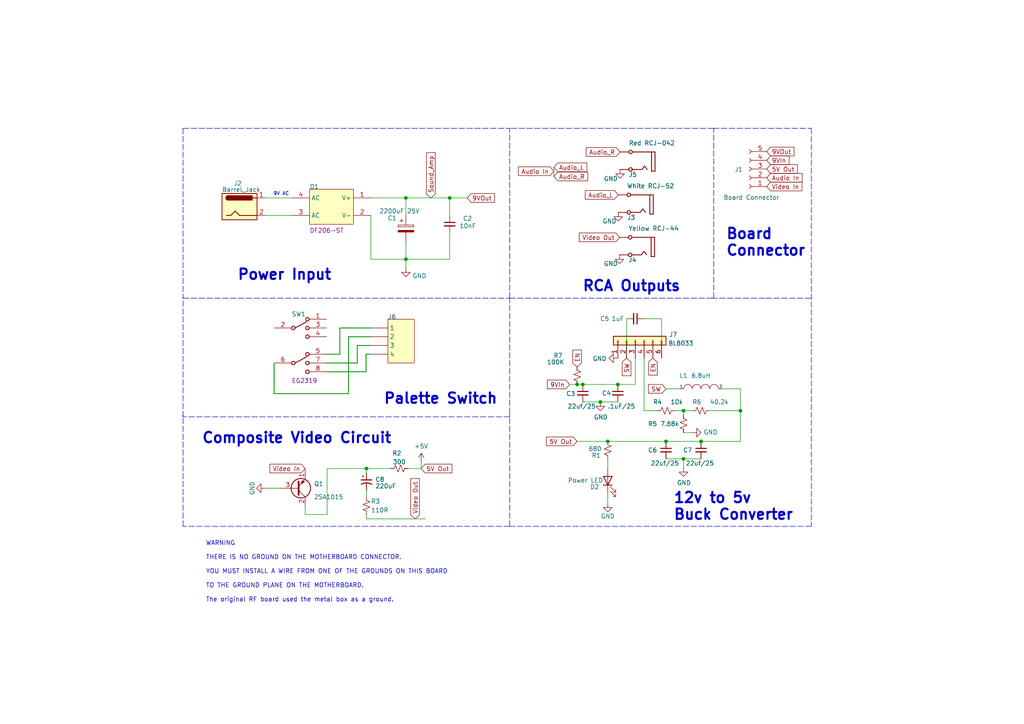
<source format=kicad_sch>
(kicad_sch (version 20211123) (generator eeschema)

  (uuid eaef1172-3351-417c-bfc4-74a598f141cb)

  (paper "A4")

  (title_block
    (title "NES Power Board Classic Edition with Composite Output")
    (date "2022-07-13")
    (rev "1.6")
    (company "ShawTech LLC")
    (comment 1 "GeekIsland Gaming")
    (comment 2 "Project Gotham")
    (comment 3 "Long Island Retro Gaming")
  )

  (lib_symbols
    (symbol "Connector:Barrel_Jack" (pin_names (offset 1.016)) (in_bom yes) (on_board yes)
      (property "Reference" "J" (id 0) (at 0 5.334 0)
        (effects (font (size 1.27 1.27)))
      )
      (property "Value" "Barrel_Jack" (id 1) (at 0 -5.08 0)
        (effects (font (size 1.27 1.27)))
      )
      (property "Footprint" "" (id 2) (at 1.27 -1.016 0)
        (effects (font (size 1.27 1.27)) hide)
      )
      (property "Datasheet" "~" (id 3) (at 1.27 -1.016 0)
        (effects (font (size 1.27 1.27)) hide)
      )
      (property "ki_keywords" "DC power barrel jack connector" (id 4) (at 0 0 0)
        (effects (font (size 1.27 1.27)) hide)
      )
      (property "ki_description" "DC Barrel Jack" (id 5) (at 0 0 0)
        (effects (font (size 1.27 1.27)) hide)
      )
      (property "ki_fp_filters" "BarrelJack*" (id 6) (at 0 0 0)
        (effects (font (size 1.27 1.27)) hide)
      )
      (symbol "Barrel_Jack_0_1"
        (rectangle (start -5.08 3.81) (end 5.08 -3.81)
          (stroke (width 0.254) (type default) (color 0 0 0 0))
          (fill (type background))
        )
        (arc (start -3.302 3.175) (mid -3.937 2.54) (end -3.302 1.905)
          (stroke (width 0.254) (type default) (color 0 0 0 0))
          (fill (type none))
        )
        (arc (start -3.302 3.175) (mid -3.937 2.54) (end -3.302 1.905)
          (stroke (width 0.254) (type default) (color 0 0 0 0))
          (fill (type outline))
        )
        (polyline
          (pts
            (xy 5.08 2.54)
            (xy 3.81 2.54)
          )
          (stroke (width 0.254) (type default) (color 0 0 0 0))
          (fill (type none))
        )
        (polyline
          (pts
            (xy -3.81 -2.54)
            (xy -2.54 -2.54)
            (xy -1.27 -1.27)
            (xy 0 -2.54)
            (xy 2.54 -2.54)
            (xy 5.08 -2.54)
          )
          (stroke (width 0.254) (type default) (color 0 0 0 0))
          (fill (type none))
        )
        (rectangle (start 3.683 3.175) (end -3.302 1.905)
          (stroke (width 0.254) (type default) (color 0 0 0 0))
          (fill (type outline))
        )
      )
      (symbol "Barrel_Jack_1_1"
        (pin passive line (at 7.62 2.54 180) (length 2.54)
          (name "~" (effects (font (size 1.27 1.27))))
          (number "1" (effects (font (size 1.27 1.27))))
        )
        (pin passive line (at 7.62 -2.54 180) (length 2.54)
          (name "~" (effects (font (size 1.27 1.27))))
          (number "2" (effects (font (size 1.27 1.27))))
        )
      )
    )
    (symbol "Connector:Conn_01x05_Female" (pin_names (offset 1.016) hide) (in_bom yes) (on_board yes)
      (property "Reference" "J" (id 0) (at 0 7.62 0)
        (effects (font (size 1.27 1.27)))
      )
      (property "Value" "Conn_01x05_Female" (id 1) (at 0 -7.62 0)
        (effects (font (size 1.27 1.27)))
      )
      (property "Footprint" "" (id 2) (at 0 0 0)
        (effects (font (size 1.27 1.27)) hide)
      )
      (property "Datasheet" "~" (id 3) (at 0 0 0)
        (effects (font (size 1.27 1.27)) hide)
      )
      (property "ki_keywords" "connector" (id 4) (at 0 0 0)
        (effects (font (size 1.27 1.27)) hide)
      )
      (property "ki_description" "Generic connector, single row, 01x05, script generated (kicad-library-utils/schlib/autogen/connector/)" (id 5) (at 0 0 0)
        (effects (font (size 1.27 1.27)) hide)
      )
      (property "ki_fp_filters" "Connector*:*_1x??_*" (id 6) (at 0 0 0)
        (effects (font (size 1.27 1.27)) hide)
      )
      (symbol "Conn_01x05_Female_1_1"
        (arc (start 0 -4.572) (mid -0.508 -5.08) (end 0 -5.588)
          (stroke (width 0.1524) (type default) (color 0 0 0 0))
          (fill (type none))
        )
        (arc (start 0 -2.032) (mid -0.508 -2.54) (end 0 -3.048)
          (stroke (width 0.1524) (type default) (color 0 0 0 0))
          (fill (type none))
        )
        (polyline
          (pts
            (xy -1.27 -5.08)
            (xy -0.508 -5.08)
          )
          (stroke (width 0.1524) (type default) (color 0 0 0 0))
          (fill (type none))
        )
        (polyline
          (pts
            (xy -1.27 -2.54)
            (xy -0.508 -2.54)
          )
          (stroke (width 0.1524) (type default) (color 0 0 0 0))
          (fill (type none))
        )
        (polyline
          (pts
            (xy -1.27 0)
            (xy -0.508 0)
          )
          (stroke (width 0.1524) (type default) (color 0 0 0 0))
          (fill (type none))
        )
        (polyline
          (pts
            (xy -1.27 2.54)
            (xy -0.508 2.54)
          )
          (stroke (width 0.1524) (type default) (color 0 0 0 0))
          (fill (type none))
        )
        (polyline
          (pts
            (xy -1.27 5.08)
            (xy -0.508 5.08)
          )
          (stroke (width 0.1524) (type default) (color 0 0 0 0))
          (fill (type none))
        )
        (arc (start 0 0.508) (mid -0.508 0) (end 0 -0.508)
          (stroke (width 0.1524) (type default) (color 0 0 0 0))
          (fill (type none))
        )
        (arc (start 0 3.048) (mid -0.508 2.54) (end 0 2.032)
          (stroke (width 0.1524) (type default) (color 0 0 0 0))
          (fill (type none))
        )
        (arc (start 0 5.588) (mid -0.508 5.08) (end 0 4.572)
          (stroke (width 0.1524) (type default) (color 0 0 0 0))
          (fill (type none))
        )
        (pin passive line (at -5.08 5.08 0) (length 3.81)
          (name "Pin_1" (effects (font (size 1.27 1.27))))
          (number "1" (effects (font (size 1.27 1.27))))
        )
        (pin passive line (at -5.08 2.54 0) (length 3.81)
          (name "Pin_2" (effects (font (size 1.27 1.27))))
          (number "2" (effects (font (size 1.27 1.27))))
        )
        (pin passive line (at -5.08 0 0) (length 3.81)
          (name "Pin_3" (effects (font (size 1.27 1.27))))
          (number "3" (effects (font (size 1.27 1.27))))
        )
        (pin passive line (at -5.08 -2.54 0) (length 3.81)
          (name "Pin_4" (effects (font (size 1.27 1.27))))
          (number "4" (effects (font (size 1.27 1.27))))
        )
        (pin passive line (at -5.08 -5.08 0) (length 3.81)
          (name "Pin_5" (effects (font (size 1.27 1.27))))
          (number "5" (effects (font (size 1.27 1.27))))
        )
      )
    )
    (symbol "Connector_Generic:Conn_01x06" (pin_names (offset 1.016) hide) (in_bom yes) (on_board yes)
      (property "Reference" "J" (id 0) (at 0 7.62 0)
        (effects (font (size 1.27 1.27)))
      )
      (property "Value" "Conn_01x06" (id 1) (at 0 -10.16 0)
        (effects (font (size 1.27 1.27)))
      )
      (property "Footprint" "" (id 2) (at 0 0 0)
        (effects (font (size 1.27 1.27)) hide)
      )
      (property "Datasheet" "~" (id 3) (at 0 0 0)
        (effects (font (size 1.27 1.27)) hide)
      )
      (property "ki_keywords" "connector" (id 4) (at 0 0 0)
        (effects (font (size 1.27 1.27)) hide)
      )
      (property "ki_description" "Generic connector, single row, 01x06, script generated (kicad-library-utils/schlib/autogen/connector/)" (id 5) (at 0 0 0)
        (effects (font (size 1.27 1.27)) hide)
      )
      (property "ki_fp_filters" "Connector*:*_1x??_*" (id 6) (at 0 0 0)
        (effects (font (size 1.27 1.27)) hide)
      )
      (symbol "Conn_01x06_1_1"
        (rectangle (start -1.27 -7.493) (end 0 -7.747)
          (stroke (width 0.1524) (type default) (color 0 0 0 0))
          (fill (type none))
        )
        (rectangle (start -1.27 -4.953) (end 0 -5.207)
          (stroke (width 0.1524) (type default) (color 0 0 0 0))
          (fill (type none))
        )
        (rectangle (start -1.27 -2.413) (end 0 -2.667)
          (stroke (width 0.1524) (type default) (color 0 0 0 0))
          (fill (type none))
        )
        (rectangle (start -1.27 0.127) (end 0 -0.127)
          (stroke (width 0.1524) (type default) (color 0 0 0 0))
          (fill (type none))
        )
        (rectangle (start -1.27 2.667) (end 0 2.413)
          (stroke (width 0.1524) (type default) (color 0 0 0 0))
          (fill (type none))
        )
        (rectangle (start -1.27 5.207) (end 0 4.953)
          (stroke (width 0.1524) (type default) (color 0 0 0 0))
          (fill (type none))
        )
        (rectangle (start -1.27 6.35) (end 1.27 -8.89)
          (stroke (width 0.254) (type default) (color 0 0 0 0))
          (fill (type background))
        )
        (pin passive line (at -5.08 5.08 0) (length 3.81)
          (name "Pin_1" (effects (font (size 1.27 1.27))))
          (number "1" (effects (font (size 1.27 1.27))))
        )
        (pin passive line (at -5.08 2.54 0) (length 3.81)
          (name "Pin_2" (effects (font (size 1.27 1.27))))
          (number "2" (effects (font (size 1.27 1.27))))
        )
        (pin passive line (at -5.08 0 0) (length 3.81)
          (name "Pin_3" (effects (font (size 1.27 1.27))))
          (number "3" (effects (font (size 1.27 1.27))))
        )
        (pin passive line (at -5.08 -2.54 0) (length 3.81)
          (name "Pin_4" (effects (font (size 1.27 1.27))))
          (number "4" (effects (font (size 1.27 1.27))))
        )
        (pin passive line (at -5.08 -5.08 0) (length 3.81)
          (name "Pin_5" (effects (font (size 1.27 1.27))))
          (number "5" (effects (font (size 1.27 1.27))))
        )
        (pin passive line (at -5.08 -7.62 0) (length 3.81)
          (name "Pin_6" (effects (font (size 1.27 1.27))))
          (number "6" (effects (font (size 1.27 1.27))))
        )
      )
    )
    (symbol "Device:C_Polarized" (pin_numbers hide) (pin_names (offset 0.254)) (in_bom yes) (on_board yes)
      (property "Reference" "C" (id 0) (at 0.635 2.54 0)
        (effects (font (size 1.27 1.27)) (justify left))
      )
      (property "Value" "C_Polarized" (id 1) (at 0.635 -2.54 0)
        (effects (font (size 1.27 1.27)) (justify left))
      )
      (property "Footprint" "" (id 2) (at 0.9652 -3.81 0)
        (effects (font (size 1.27 1.27)) hide)
      )
      (property "Datasheet" "~" (id 3) (at 0 0 0)
        (effects (font (size 1.27 1.27)) hide)
      )
      (property "ki_keywords" "cap capacitor" (id 4) (at 0 0 0)
        (effects (font (size 1.27 1.27)) hide)
      )
      (property "ki_description" "Polarized capacitor" (id 5) (at 0 0 0)
        (effects (font (size 1.27 1.27)) hide)
      )
      (property "ki_fp_filters" "CP_*" (id 6) (at 0 0 0)
        (effects (font (size 1.27 1.27)) hide)
      )
      (symbol "C_Polarized_0_1"
        (rectangle (start -2.286 0.508) (end 2.286 1.016)
          (stroke (width 0) (type default) (color 0 0 0 0))
          (fill (type none))
        )
        (polyline
          (pts
            (xy -1.778 2.286)
            (xy -0.762 2.286)
          )
          (stroke (width 0) (type default) (color 0 0 0 0))
          (fill (type none))
        )
        (polyline
          (pts
            (xy -1.27 2.794)
            (xy -1.27 1.778)
          )
          (stroke (width 0) (type default) (color 0 0 0 0))
          (fill (type none))
        )
        (rectangle (start 2.286 -0.508) (end -2.286 -1.016)
          (stroke (width 0) (type default) (color 0 0 0 0))
          (fill (type outline))
        )
      )
      (symbol "C_Polarized_1_1"
        (pin passive line (at 0 3.81 270) (length 2.794)
          (name "~" (effects (font (size 1.27 1.27))))
          (number "1" (effects (font (size 1.27 1.27))))
        )
        (pin passive line (at 0 -3.81 90) (length 2.794)
          (name "~" (effects (font (size 1.27 1.27))))
          (number "2" (effects (font (size 1.27 1.27))))
        )
      )
    )
    (symbol "Device:C_Polarized_Small_US" (pin_numbers hide) (pin_names (offset 0.254) hide) (in_bom yes) (on_board yes)
      (property "Reference" "C" (id 0) (at 0.254 1.778 0)
        (effects (font (size 1.27 1.27)) (justify left))
      )
      (property "Value" "C_Polarized_Small_US" (id 1) (at 0.254 -2.032 0)
        (effects (font (size 1.27 1.27)) (justify left))
      )
      (property "Footprint" "" (id 2) (at 0 0 0)
        (effects (font (size 1.27 1.27)) hide)
      )
      (property "Datasheet" "~" (id 3) (at 0 0 0)
        (effects (font (size 1.27 1.27)) hide)
      )
      (property "ki_keywords" "cap capacitor" (id 4) (at 0 0 0)
        (effects (font (size 1.27 1.27)) hide)
      )
      (property "ki_description" "Polarized capacitor, small US symbol" (id 5) (at 0 0 0)
        (effects (font (size 1.27 1.27)) hide)
      )
      (property "ki_fp_filters" "CP_*" (id 6) (at 0 0 0)
        (effects (font (size 1.27 1.27)) hide)
      )
      (symbol "C_Polarized_Small_US_0_1"
        (polyline
          (pts
            (xy -1.524 0.508)
            (xy 1.524 0.508)
          )
          (stroke (width 0.3048) (type default) (color 0 0 0 0))
          (fill (type none))
        )
        (polyline
          (pts
            (xy -1.27 1.524)
            (xy -0.762 1.524)
          )
          (stroke (width 0) (type default) (color 0 0 0 0))
          (fill (type none))
        )
        (polyline
          (pts
            (xy -1.016 1.27)
            (xy -1.016 1.778)
          )
          (stroke (width 0) (type default) (color 0 0 0 0))
          (fill (type none))
        )
        (arc (start 1.524 -0.762) (mid 0 -0.3734) (end -1.524 -0.762)
          (stroke (width 0.3048) (type default) (color 0 0 0 0))
          (fill (type none))
        )
      )
      (symbol "C_Polarized_Small_US_1_1"
        (pin passive line (at 0 2.54 270) (length 2.032)
          (name "~" (effects (font (size 1.27 1.27))))
          (number "1" (effects (font (size 1.27 1.27))))
        )
        (pin passive line (at 0 -2.54 90) (length 2.032)
          (name "~" (effects (font (size 1.27 1.27))))
          (number "2" (effects (font (size 1.27 1.27))))
        )
      )
    )
    (symbol "Device:C_Small" (pin_numbers hide) (pin_names (offset 0.254) hide) (in_bom yes) (on_board yes)
      (property "Reference" "C" (id 0) (at 0.254 1.778 0)
        (effects (font (size 1.27 1.27)) (justify left))
      )
      (property "Value" "C_Small" (id 1) (at 0.254 -2.032 0)
        (effects (font (size 1.27 1.27)) (justify left))
      )
      (property "Footprint" "" (id 2) (at 0 0 0)
        (effects (font (size 1.27 1.27)) hide)
      )
      (property "Datasheet" "~" (id 3) (at 0 0 0)
        (effects (font (size 1.27 1.27)) hide)
      )
      (property "ki_keywords" "capacitor cap" (id 4) (at 0 0 0)
        (effects (font (size 1.27 1.27)) hide)
      )
      (property "ki_description" "Unpolarized capacitor, small symbol" (id 5) (at 0 0 0)
        (effects (font (size 1.27 1.27)) hide)
      )
      (property "ki_fp_filters" "C_*" (id 6) (at 0 0 0)
        (effects (font (size 1.27 1.27)) hide)
      )
      (symbol "C_Small_0_1"
        (polyline
          (pts
            (xy -1.524 -0.508)
            (xy 1.524 -0.508)
          )
          (stroke (width 0.3302) (type default) (color 0 0 0 0))
          (fill (type none))
        )
        (polyline
          (pts
            (xy -1.524 0.508)
            (xy 1.524 0.508)
          )
          (stroke (width 0.3048) (type default) (color 0 0 0 0))
          (fill (type none))
        )
      )
      (symbol "C_Small_1_1"
        (pin passive line (at 0 2.54 270) (length 2.032)
          (name "~" (effects (font (size 1.27 1.27))))
          (number "1" (effects (font (size 1.27 1.27))))
        )
        (pin passive line (at 0 -2.54 90) (length 2.032)
          (name "~" (effects (font (size 1.27 1.27))))
          (number "2" (effects (font (size 1.27 1.27))))
        )
      )
    )
    (symbol "Device:LED" (pin_numbers hide) (pin_names (offset 1.016) hide) (in_bom yes) (on_board yes)
      (property "Reference" "D" (id 0) (at 0 2.54 0)
        (effects (font (size 1.27 1.27)))
      )
      (property "Value" "LED" (id 1) (at 0 -2.54 0)
        (effects (font (size 1.27 1.27)))
      )
      (property "Footprint" "" (id 2) (at 0 0 0)
        (effects (font (size 1.27 1.27)) hide)
      )
      (property "Datasheet" "~" (id 3) (at 0 0 0)
        (effects (font (size 1.27 1.27)) hide)
      )
      (property "ki_keywords" "LED diode" (id 4) (at 0 0 0)
        (effects (font (size 1.27 1.27)) hide)
      )
      (property "ki_description" "Light emitting diode" (id 5) (at 0 0 0)
        (effects (font (size 1.27 1.27)) hide)
      )
      (property "ki_fp_filters" "LED* LED_SMD:* LED_THT:*" (id 6) (at 0 0 0)
        (effects (font (size 1.27 1.27)) hide)
      )
      (symbol "LED_0_1"
        (polyline
          (pts
            (xy -1.27 -1.27)
            (xy -1.27 1.27)
          )
          (stroke (width 0.254) (type default) (color 0 0 0 0))
          (fill (type none))
        )
        (polyline
          (pts
            (xy -1.27 0)
            (xy 1.27 0)
          )
          (stroke (width 0) (type default) (color 0 0 0 0))
          (fill (type none))
        )
        (polyline
          (pts
            (xy 1.27 -1.27)
            (xy 1.27 1.27)
            (xy -1.27 0)
            (xy 1.27 -1.27)
          )
          (stroke (width 0.254) (type default) (color 0 0 0 0))
          (fill (type none))
        )
        (polyline
          (pts
            (xy -3.048 -0.762)
            (xy -4.572 -2.286)
            (xy -3.81 -2.286)
            (xy -4.572 -2.286)
            (xy -4.572 -1.524)
          )
          (stroke (width 0) (type default) (color 0 0 0 0))
          (fill (type none))
        )
        (polyline
          (pts
            (xy -1.778 -0.762)
            (xy -3.302 -2.286)
            (xy -2.54 -2.286)
            (xy -3.302 -2.286)
            (xy -3.302 -1.524)
          )
          (stroke (width 0) (type default) (color 0 0 0 0))
          (fill (type none))
        )
      )
      (symbol "LED_1_1"
        (pin passive line (at -3.81 0 0) (length 2.54)
          (name "K" (effects (font (size 1.27 1.27))))
          (number "1" (effects (font (size 1.27 1.27))))
        )
        (pin passive line (at 3.81 0 180) (length 2.54)
          (name "A" (effects (font (size 1.27 1.27))))
          (number "2" (effects (font (size 1.27 1.27))))
        )
      )
    )
    (symbol "Device:R_Small_US" (pin_numbers hide) (pin_names (offset 0.254) hide) (in_bom yes) (on_board yes)
      (property "Reference" "R" (id 0) (at 0.762 0.508 0)
        (effects (font (size 1.27 1.27)) (justify left))
      )
      (property "Value" "R_Small_US" (id 1) (at 0.762 -1.016 0)
        (effects (font (size 1.27 1.27)) (justify left))
      )
      (property "Footprint" "" (id 2) (at 0 0 0)
        (effects (font (size 1.27 1.27)) hide)
      )
      (property "Datasheet" "~" (id 3) (at 0 0 0)
        (effects (font (size 1.27 1.27)) hide)
      )
      (property "ki_keywords" "r resistor" (id 4) (at 0 0 0)
        (effects (font (size 1.27 1.27)) hide)
      )
      (property "ki_description" "Resistor, small US symbol" (id 5) (at 0 0 0)
        (effects (font (size 1.27 1.27)) hide)
      )
      (property "ki_fp_filters" "R_*" (id 6) (at 0 0 0)
        (effects (font (size 1.27 1.27)) hide)
      )
      (symbol "R_Small_US_1_1"
        (polyline
          (pts
            (xy 0 0)
            (xy 1.016 -0.381)
            (xy 0 -0.762)
            (xy -1.016 -1.143)
            (xy 0 -1.524)
          )
          (stroke (width 0) (type default) (color 0 0 0 0))
          (fill (type none))
        )
        (polyline
          (pts
            (xy 0 1.524)
            (xy 1.016 1.143)
            (xy 0 0.762)
            (xy -1.016 0.381)
            (xy 0 0)
          )
          (stroke (width 0) (type default) (color 0 0 0 0))
          (fill (type none))
        )
        (pin passive line (at 0 2.54 270) (length 1.016)
          (name "~" (effects (font (size 1.27 1.27))))
          (number "1" (effects (font (size 1.27 1.27))))
        )
        (pin passive line (at 0 -2.54 90) (length 1.016)
          (name "~" (effects (font (size 1.27 1.27))))
          (number "2" (effects (font (size 1.27 1.27))))
        )
      )
    )
    (symbol "Transistor_BJT:2SA1015" (pin_names (offset 0) hide) (in_bom yes) (on_board yes)
      (property "Reference" "Q" (id 0) (at 5.08 1.905 0)
        (effects (font (size 1.27 1.27)) (justify left))
      )
      (property "Value" "2SA1015" (id 1) (at 5.08 0 0)
        (effects (font (size 1.27 1.27)) (justify left))
      )
      (property "Footprint" "Package_TO_SOT_THT:TO-92_Inline" (id 2) (at 5.08 -1.905 0)
        (effects (font (size 1.27 1.27) italic) (justify left) hide)
      )
      (property "Datasheet" "http://www.datasheetcatalog.org/datasheet/toshiba/905.pdf" (id 3) (at 0 0 0)
        (effects (font (size 1.27 1.27)) (justify left) hide)
      )
      (property "ki_keywords" "Low Noise Audio PNP Transistor" (id 4) (at 0 0 0)
        (effects (font (size 1.27 1.27)) hide)
      )
      (property "ki_description" "-0.15A Ic, -50V Vce, Low Noise Audio PNP Transistor, TO-92" (id 5) (at 0 0 0)
        (effects (font (size 1.27 1.27)) hide)
      )
      (property "ki_fp_filters" "TO?92*" (id 6) (at 0 0 0)
        (effects (font (size 1.27 1.27)) hide)
      )
      (symbol "2SA1015_0_1"
        (polyline
          (pts
            (xy 0 0)
            (xy 0.635 0)
          )
          (stroke (width 0) (type default) (color 0 0 0 0))
          (fill (type none))
        )
        (polyline
          (pts
            (xy 2.54 -2.54)
            (xy 0.635 -0.635)
          )
          (stroke (width 0) (type default) (color 0 0 0 0))
          (fill (type none))
        )
        (polyline
          (pts
            (xy 2.54 2.54)
            (xy 0.635 0.635)
          )
          (stroke (width 0) (type default) (color 0 0 0 0))
          (fill (type none))
        )
        (polyline
          (pts
            (xy 0.635 1.905)
            (xy 0.635 -1.905)
            (xy 0.635 -1.905)
          )
          (stroke (width 0.508) (type default) (color 0 0 0 0))
          (fill (type outline))
        )
        (polyline
          (pts
            (xy 1.778 -2.286)
            (xy 2.286 -1.778)
            (xy 1.27 -1.27)
            (xy 1.778 -2.286)
            (xy 1.778 -2.286)
          )
          (stroke (width 0) (type default) (color 0 0 0 0))
          (fill (type outline))
        )
        (circle (center 1.27 0) (radius 2.8194)
          (stroke (width 0.254) (type default) (color 0 0 0 0))
          (fill (type none))
        )
      )
      (symbol "2SA1015_1_1"
        (pin passive line (at 2.54 -5.08 90) (length 2.54)
          (name "E" (effects (font (size 1.27 1.27))))
          (number "1" (effects (font (size 1.27 1.27))))
        )
        (pin passive line (at 2.54 5.08 270) (length 2.54)
          (name "C" (effects (font (size 1.27 1.27))))
          (number "2" (effects (font (size 1.27 1.27))))
        )
        (pin input line (at -5.08 0 0) (length 5.08)
          (name "B" (effects (font (size 1.27 1.27))))
          (number "3" (effects (font (size 1.27 1.27))))
        )
      )
    )
    (symbol "jjj-altium-import:0_Header 1x4 - 1.5mm Vert" (in_bom yes) (on_board yes)
      (property "Reference" "" (id 0) (at 0 0 0)
        (effects (font (size 1.27 1.27)))
      )
      (property "Value" "0_Header 1x4 - 1.5mm Vert" (id 1) (at 0 0 0)
        (effects (font (size 1.27 1.27)))
      )
      (property "Footprint" "" (id 2) (at 0 0 0)
        (effects (font (size 1.27 1.27)) hide)
      )
      (property "Datasheet" "" (id 3) (at 0 0 0)
        (effects (font (size 1.27 1.27)) hide)
      )
      (property "ki_description" "Header, 4 Pin, 1.5mm Pitch, Vertical" (id 4) (at 0 0 0)
        (effects (font (size 1.27 1.27)) hide)
      )
      (property "ki_fp_filters" "HDR1X4-15MM{space}VERT{space}-{space}L" (id 5) (at 0 0 0)
        (effects (font (size 1.27 1.27)) hide)
      )
      (symbol "0_Header 1x4 - 1.5mm Vert_1_0"
        (rectangle (start 7.62 0) (end 0 -12.7)
          (stroke (width 0) (type default) (color 0 0 0 0))
          (fill (type background))
        )
        (pin passive line (at -5.08 -2.54 0) (length 5.08)
          (name "1" (effects (font (size 1.27 1.27))))
          (number "1" (effects (font (size 0 0))))
        )
        (pin passive line (at -5.08 -5.08 0) (length 5.08)
          (name "2" (effects (font (size 1.27 1.27))))
          (number "2" (effects (font (size 0 0))))
        )
        (pin passive line (at -5.08 -7.62 0) (length 5.08)
          (name "3" (effects (font (size 1.27 1.27))))
          (number "3" (effects (font (size 0 0))))
        )
        (pin passive line (at -5.08 -10.16 0) (length 5.08)
          (name "4" (effects (font (size 1.27 1.27))))
          (number "4" (effects (font (size 0 0))))
        )
      )
    )
    (symbol "jjj-altium-import:0_SW-DP3T (EG2319)" (in_bom yes) (on_board yes)
      (property "Reference" "" (id 0) (at 0 0 0)
        (effects (font (size 1.27 1.27)))
      )
      (property "Value" "0_SW-DP3T (EG2319)" (id 1) (at 0 0 0)
        (effects (font (size 1.27 1.27)))
      )
      (property "Footprint" "" (id 2) (at 0 0 0)
        (effects (font (size 1.27 1.27)) hide)
      )
      (property "Datasheet" "" (id 3) (at 0 0 0)
        (effects (font (size 1.27 1.27)) hide)
      )
      (property "ki_description" "Dual Pole, Three Throw" (id 4) (at 0 0 0)
        (effects (font (size 1.27 1.27)) hide)
      )
      (property "ki_fp_filters" "SW-DP3T{space}(EG2319)" (id 5) (at 0 0 0)
        (effects (font (size 1.27 1.27)) hide)
      )
      (symbol "0_SW-DP3T (EG2319)_1_0"
        (polyline
          (pts
            (xy 1.016 -10.16)
            (xy 4.318 -8.382)
          )
          (stroke (width 0.254) (type default) (color 0 0 0 0))
          (fill (type none))
        )
        (polyline
          (pts
            (xy 1.016 0)
            (xy 4.318 1.778)
          )
          (stroke (width 0.254) (type default) (color 0 0 0 0))
          (fill (type none))
        )
        (circle (center 0.508 -10.16) (radius 0.508)
          (stroke (width 0.254) (type default) (color 0 0 0 0))
          (fill (type none))
        )
        (circle (center 0.508 0) (radius 0.508)
          (stroke (width 0.254) (type default) (color 0 0 0 0))
          (fill (type none))
        )
        (circle (center 4.572 -12.7) (radius 0.508)
          (stroke (width 0.254) (type default) (color 0 0 0 0))
          (fill (type none))
        )
        (circle (center 4.572 -10.16) (radius 0.508)
          (stroke (width 0.254) (type default) (color 0 0 0 0))
          (fill (type none))
        )
        (circle (center 4.572 -7.62) (radius 0.508)
          (stroke (width 0.254) (type default) (color 0 0 0 0))
          (fill (type none))
        )
        (circle (center 4.572 -2.54) (radius 0.508)
          (stroke (width 0.254) (type default) (color 0 0 0 0))
          (fill (type none))
        )
        (circle (center 4.572 0) (radius 0.508)
          (stroke (width 0.254) (type default) (color 0 0 0 0))
          (fill (type none))
        )
        (circle (center 4.572 2.54) (radius 0.508)
          (stroke (width 0.254) (type default) (color 0 0 0 0))
          (fill (type none))
        )
        (pin passive line (at 10.16 2.54 180) (length 5.08)
          (name "1" (effects (font (size 0 0))))
          (number "1" (effects (font (size 1.27 1.27))))
        )
        (pin passive line (at -5.08 0 0) (length 5.08)
          (name "2" (effects (font (size 0 0))))
          (number "2" (effects (font (size 1.27 1.27))))
        )
        (pin passive line (at 10.16 0 180) (length 5.08)
          (name "3" (effects (font (size 0 0))))
          (number "3" (effects (font (size 1.27 1.27))))
        )
        (pin passive line (at 10.16 -2.54 180) (length 5.08)
          (name "4" (effects (font (size 0 0))))
          (number "4" (effects (font (size 1.27 1.27))))
        )
        (pin passive line (at 10.16 -7.62 180) (length 5.08)
          (name "5" (effects (font (size 0 0))))
          (number "5" (effects (font (size 1.27 1.27))))
        )
        (pin passive line (at -5.08 -10.16 0) (length 5.08)
          (name "6" (effects (font (size 0 0))))
          (number "6" (effects (font (size 1.27 1.27))))
        )
        (pin passive line (at 10.16 -10.16 180) (length 5.08)
          (name "7" (effects (font (size 0 0))))
          (number "7" (effects (font (size 1.27 1.27))))
        )
        (pin passive line (at 10.16 -12.7 180) (length 5.08)
          (name "8" (effects (font (size 0 0))))
          (number "8" (effects (font (size 1.27 1.27))))
        )
      )
    )
    (symbol "jjj-altium-import:0_mirrored_Bridge (DF206-ST)" (in_bom yes) (on_board yes)
      (property "Reference" "" (id 0) (at 0 0 0)
        (effects (font (size 1.27 1.27)))
      )
      (property "Value" "0_mirrored_Bridge (DF206-ST)" (id 1) (at 0 0 0)
        (effects (font (size 1.27 1.27)))
      )
      (property "Footprint" "" (id 2) (at 0 0 0)
        (effects (font (size 1.27 1.27)) hide)
      )
      (property "Datasheet" "" (id 3) (at 0 0 0)
        (effects (font (size 1.27 1.27)) hide)
      )
      (property "ki_description" "Full Wave Diode Bridge" (id 4) (at 0 0 0)
        (effects (font (size 1.27 1.27)) hide)
      )
      (property "ki_fp_filters" "DFS4" (id 5) (at 0 0 0)
        (effects (font (size 1.27 1.27)) hide)
      )
      (symbol "0_mirrored_Bridge (DF206-ST)_1_0"
        (rectangle (start 0 0) (end -12.7 -10.16)
          (stroke (width 0) (type default) (color 0 0 0 0))
          (fill (type background))
        )
        (pin passive line (at 5.08 -2.54 180) (length 5.08)
          (name "V+" (effects (font (size 1.27 1.27))))
          (number "1" (effects (font (size 1.27 1.27))))
        )
        (pin passive line (at 5.08 -7.62 180) (length 5.08)
          (name "V-" (effects (font (size 1.27 1.27))))
          (number "2" (effects (font (size 1.27 1.27))))
        )
        (pin passive line (at -17.78 -7.62 0) (length 5.08)
          (name "AC" (effects (font (size 1.27 1.27))))
          (number "3" (effects (font (size 1.27 1.27))))
        )
        (pin passive line (at -17.78 -2.54 0) (length 5.08)
          (name "AC" (effects (font (size 1.27 1.27))))
          (number "4" (effects (font (size 1.27 1.27))))
        )
      )
    )
    (symbol "jjj-altium-import:0_mirrored_RCA-JCK-1 (RCJ-042)" (in_bom yes) (on_board yes)
      (property "Reference" "" (id 0) (at 0 0 0)
        (effects (font (size 1.27 1.27)))
      )
      (property "Value" "0_mirrored_RCA-JCK-1 (RCJ-042)" (id 1) (at 0 0 0)
        (effects (font (size 1.27 1.27)))
      )
      (property "Footprint" "" (id 2) (at 0 0 0)
        (effects (font (size 1.27 1.27)) hide)
      )
      (property "Datasheet" "" (id 3) (at 0 0 0)
        (effects (font (size 1.27 1.27)) hide)
      )
      (property "ki_description" "RCA Phono Jack, Right Angle" (id 4) (at 0 0 0)
        (effects (font (size 1.27 1.27)) hide)
      )
      (property "ki_fp_filters" "RCA-JCK-1{space}(RCJ-042-ALT1)" (id 5) (at 0 0 0)
        (effects (font (size 1.27 1.27)) hide)
      )
      (symbol "0_mirrored_RCA-JCK-1 (RCJ-042)_1_0"
        (circle (center -7.112 -7.62) (radius 0.508)
          (stroke (width 0.254) (type default) (color 0 0 0 0))
          (fill (type none))
        )
        (circle (center -7.112 -2.54) (radius 0.508)
          (stroke (width 0.254) (type default) (color 0 0 0 0))
          (fill (type none))
        )
        (polyline
          (pts
            (xy -6.604 -7.62)
            (xy 0 -7.62)
          )
          (stroke (width 0.254) (type default) (color 0 0 0 0))
          (fill (type none))
        )
        (polyline
          (pts
            (xy -1.016 -2.032)
            (xy -1.016 -7.62)
          )
          (stroke (width 0.254) (type default) (color 0 0 0 0))
          (fill (type none))
        )
        (polyline
          (pts
            (xy -1.016 -2.032)
            (xy 0 -2.032)
          )
          (stroke (width 0.254) (type default) (color 0 0 0 0))
          (fill (type none))
        )
        (polyline
          (pts
            (xy 0 -2.032)
            (xy 0 -7.62)
          )
          (stroke (width 0.254) (type default) (color 0 0 0 0))
          (fill (type none))
        )
        (polyline
          (pts
            (xy -2.286 -2.54)
            (xy -3.048 -3.556)
            (xy -3.81 -2.54)
            (xy -6.604 -2.54)
          )
          (stroke (width 0.254) (type default) (color 0 0 0 0))
          (fill (type none))
        )
        (pin passive line (at -10.16 -2.54 0) (length 2.54)
          (name "Tip" (effects (font (size 0 0))))
          (number "1" (effects (font (size 0 0))))
        )
        (pin passive line (at -10.16 -7.62 0) (length 2.54)
          (name "Sleeve" (effects (font (size 0 0))))
          (number "2" (effects (font (size 0 0))))
        )
      )
    )
    (symbol "power:+5V" (power) (pin_names (offset 0)) (in_bom yes) (on_board yes)
      (property "Reference" "#PWR" (id 0) (at 0 -3.81 0)
        (effects (font (size 1.27 1.27)) hide)
      )
      (property "Value" "+5V" (id 1) (at 0 3.556 0)
        (effects (font (size 1.27 1.27)))
      )
      (property "Footprint" "" (id 2) (at 0 0 0)
        (effects (font (size 1.27 1.27)) hide)
      )
      (property "Datasheet" "" (id 3) (at 0 0 0)
        (effects (font (size 1.27 1.27)) hide)
      )
      (property "ki_keywords" "power-flag" (id 4) (at 0 0 0)
        (effects (font (size 1.27 1.27)) hide)
      )
      (property "ki_description" "Power symbol creates a global label with name \"+5V\"" (id 5) (at 0 0 0)
        (effects (font (size 1.27 1.27)) hide)
      )
      (symbol "+5V_0_1"
        (polyline
          (pts
            (xy -0.762 1.27)
            (xy 0 2.54)
          )
          (stroke (width 0) (type default) (color 0 0 0 0))
          (fill (type none))
        )
        (polyline
          (pts
            (xy 0 0)
            (xy 0 2.54)
          )
          (stroke (width 0) (type default) (color 0 0 0 0))
          (fill (type none))
        )
        (polyline
          (pts
            (xy 0 2.54)
            (xy 0.762 1.27)
          )
          (stroke (width 0) (type default) (color 0 0 0 0))
          (fill (type none))
        )
      )
      (symbol "+5V_1_1"
        (pin power_in line (at 0 0 90) (length 0) hide
          (name "+5V" (effects (font (size 1.27 1.27))))
          (number "1" (effects (font (size 1.27 1.27))))
        )
      )
    )
    (symbol "power:GND" (power) (pin_names (offset 0)) (in_bom yes) (on_board yes)
      (property "Reference" "#PWR" (id 0) (at 0 -6.35 0)
        (effects (font (size 1.27 1.27)) hide)
      )
      (property "Value" "GND" (id 1) (at 0 -3.81 0)
        (effects (font (size 1.27 1.27)))
      )
      (property "Footprint" "" (id 2) (at 0 0 0)
        (effects (font (size 1.27 1.27)) hide)
      )
      (property "Datasheet" "" (id 3) (at 0 0 0)
        (effects (font (size 1.27 1.27)) hide)
      )
      (property "ki_keywords" "power-flag" (id 4) (at 0 0 0)
        (effects (font (size 1.27 1.27)) hide)
      )
      (property "ki_description" "Power symbol creates a global label with name \"GND\" , ground" (id 5) (at 0 0 0)
        (effects (font (size 1.27 1.27)) hide)
      )
      (symbol "GND_0_1"
        (polyline
          (pts
            (xy 0 0)
            (xy 0 -1.27)
            (xy 1.27 -1.27)
            (xy 0 -2.54)
            (xy -1.27 -1.27)
            (xy 0 -1.27)
          )
          (stroke (width 0) (type default) (color 0 0 0 0))
          (fill (type none))
        )
      )
      (symbol "GND_1_1"
        (pin power_in line (at 0 0 270) (length 0) hide
          (name "GND" (effects (font (size 1.27 1.27))))
          (number "1" (effects (font (size 1.27 1.27))))
        )
      )
    )
    (symbol "pspice:INDUCTOR" (pin_numbers hide) (pin_names (offset 0)) (in_bom yes) (on_board yes)
      (property "Reference" "L" (id 0) (at 0 2.54 0)
        (effects (font (size 1.27 1.27)))
      )
      (property "Value" "INDUCTOR" (id 1) (at 0 -1.27 0)
        (effects (font (size 1.27 1.27)))
      )
      (property "Footprint" "" (id 2) (at 0 0 0)
        (effects (font (size 1.27 1.27)) hide)
      )
      (property "Datasheet" "~" (id 3) (at 0 0 0)
        (effects (font (size 1.27 1.27)) hide)
      )
      (property "ki_keywords" "simulation" (id 4) (at 0 0 0)
        (effects (font (size 1.27 1.27)) hide)
      )
      (property "ki_description" "Inductor symbol for simulation only" (id 5) (at 0 0 0)
        (effects (font (size 1.27 1.27)) hide)
      )
      (symbol "INDUCTOR_0_1"
        (arc (start -2.54 0) (mid -3.81 1.27) (end -5.08 0)
          (stroke (width 0) (type default) (color 0 0 0 0))
          (fill (type none))
        )
        (arc (start 0 0) (mid -1.27 1.27) (end -2.54 0)
          (stroke (width 0) (type default) (color 0 0 0 0))
          (fill (type none))
        )
        (arc (start 2.54 0) (mid 1.27 1.27) (end 0 0)
          (stroke (width 0) (type default) (color 0 0 0 0))
          (fill (type none))
        )
        (arc (start 5.08 0) (mid 3.81 1.27) (end 2.54 0)
          (stroke (width 0) (type default) (color 0 0 0 0))
          (fill (type none))
        )
      )
      (symbol "INDUCTOR_1_1"
        (pin input line (at -6.35 0 0) (length 1.27)
          (name "1" (effects (font (size 0.762 0.762))))
          (number "1" (effects (font (size 0.762 0.762))))
        )
        (pin input line (at 6.35 0 180) (length 1.27)
          (name "2" (effects (font (size 0.762 0.762))))
          (number "2" (effects (font (size 0.762 0.762))))
        )
      )
    )
  )

  (junction (at 169.037 111.506) (diameter 0) (color 0 0 0 0)
    (uuid 065bbda9-7cf2-476b-8d2b-b5a9d380b230)
  )
  (junction (at 203.327 128.016) (diameter 0) (color 0 0 0 0)
    (uuid 38eb58be-4103-4882-aaf2-4b9a01699864)
  )
  (junction (at 193.167 128.016) (diameter 0) (color 0 0 0 0)
    (uuid 44029863-c050-4275-b5aa-d3dd1b839dcd)
  )
  (junction (at 117.729 75.184) (diameter 0) (color 0 0 0 0)
    (uuid 60a7dcc1-b459-4b69-be02-f48b66a815f0)
  )
  (junction (at 167.386 111.506) (diameter 0) (color 0 0 0 0)
    (uuid 64bb7d25-4152-417e-8f14-13df5c57dafb)
  )
  (junction (at 198.247 133.096) (diameter 0) (color 0 0 0 0)
    (uuid 7e98ca3a-70d3-4571-a2dd-5e3a58946e29)
  )
  (junction (at 106.299 135.89) (diameter 0) (color 0 0 0 0)
    (uuid 8467fc79-0915-4d3b-a95c-b8c3b720127f)
  )
  (junction (at 214.757 119.126) (diameter 0) (color 0 0 0 0)
    (uuid 8f6504df-568f-4534-8569-9d4efa7102ed)
  )
  (junction (at 117.729 57.404) (diameter 0) (color 0 0 0 0)
    (uuid a0e74fdd-2272-42b1-9d9a-65553efcd00a)
  )
  (junction (at 176.276 128.016) (diameter 0) (color 0 0 0 0)
    (uuid dc4669a2-cf80-4044-b1df-1c52cc29109f)
  )
  (junction (at 130.429 57.404) (diameter 0) (color 0 0 0 0)
    (uuid f17daa22-500e-4b54-81a7-f5c3878a87d9)
  )
  (junction (at 179.197 111.506) (diameter 0) (color 0 0 0 0)
    (uuid f4804e12-65b1-42b2-81aa-766261229dd2)
  )
  (junction (at 198.247 119.126) (diameter 0) (color 0 0 0 0)
    (uuid f4b3ce13-892c-4e8c-8f4a-a37e059f8f11)
  )
  (junction (at 174.117 116.586) (diameter 0) (color 0 0 0 0)
    (uuid f8de3e0d-0c56-453a-a52f-8239e1cd4e7d)
  )

  (wire (pts (xy 191.897 103.886) (xy 191.897 92.456))
    (stroke (width 0) (type default) (color 0 0 0 0))
    (uuid 01fb61a5-ddac-4734-b229-a52c4e5de2cc)
  )
  (wire (pts (xy 209.677 112.776) (xy 214.757 112.776))
    (stroke (width 0) (type default) (color 0 0 0 0))
    (uuid 022b3a84-1980-4feb-a5be-ebe0000e0691)
  )
  (wire (pts (xy 117.729 62.484) (xy 117.729 57.404))
    (stroke (width 0) (type default) (color 0 0 0 0))
    (uuid 0452da17-4ccf-4bdc-9fc3-b0a09600bd55)
  )
  (wire (pts (xy 98.552 95.123) (xy 107.442 95.123))
    (stroke (width 0.254) (type default) (color 0 0 0 0))
    (uuid 07838c19-bdee-4759-9a7b-a62a5deb9737)
  )
  (wire (pts (xy 176.276 128.016) (xy 193.167 128.016))
    (stroke (width 0) (type default) (color 0 0 0 0))
    (uuid 0f19e0fc-7b19-4cf2-b2e6-8dba9b2f2695)
  )
  (wire (pts (xy 106.299 135.89) (xy 113.284 135.89))
    (stroke (width 0) (type default) (color 0 0 0 0))
    (uuid 10a7d7ef-d6be-484c-be36-2908e6c77393)
  )
  (wire (pts (xy 117.729 57.404) (xy 130.429 57.404))
    (stroke (width 0) (type default) (color 0 0 0 0))
    (uuid 119c633c-175b-4b38-bbc1-1a076032c16e)
  )
  (wire (pts (xy 117.729 75.184) (xy 117.729 77.724))
    (stroke (width 0) (type default) (color 0 0 0 0))
    (uuid 11cae898-6e02-4314-87c3-bfa88f249303)
  )
  (wire (pts (xy 198.247 120.396) (xy 198.247 119.126))
    (stroke (width 0) (type default) (color 0 0 0 0))
    (uuid 16da5af1-7805-4e3c-9acd-74c7b42f1fdd)
  )
  (wire (pts (xy 193.167 128.016) (xy 203.327 128.016))
    (stroke (width 0) (type default) (color 0 0 0 0))
    (uuid 17e2d6a5-7314-436c-935b-eb7fec018793)
  )
  (polyline (pts (xy 53.086 37.211) (xy 147.828 37.211))
    (stroke (width 0) (type default) (color 0 0 0 0))
    (uuid 1f090ca6-29d1-4986-a2dd-76adacf3c6d2)
  )
  (polyline (pts (xy 147.828 86.233) (xy 147.828 120.904))
    (stroke (width 0) (type default) (color 0 0 0 0))
    (uuid 2134e570-b5c4-4028-91d4-13cde2d1df9a)
  )

  (wire (pts (xy 94.869 135.89) (xy 94.869 149.225))
    (stroke (width 0) (type default) (color 0 0 0 0))
    (uuid 2c1d9a48-0247-4684-8926-e34b31f1bf9c)
  )
  (wire (pts (xy 186.817 103.886) (xy 186.817 119.126))
    (stroke (width 0) (type default) (color 0 0 0 0))
    (uuid 2e34323d-aa9b-45b1-a5f4-ad7097115818)
  )
  (wire (pts (xy 122.174 135.89) (xy 122.174 133.985))
    (stroke (width 0) (type default) (color 0 0 0 0))
    (uuid 2fc6c800-22f6-42f6-a664-0677d01cefba)
  )
  (polyline (pts (xy 53.086 86.487) (xy 147.828 86.487))
    (stroke (width 0) (type default) (color 0 0 0 0))
    (uuid 3132da1a-c728-4bbe-847f-d7471b1b875c)
  )

  (wire (pts (xy 198.247 119.126) (xy 200.787 119.126))
    (stroke (width 0) (type default) (color 0 0 0 0))
    (uuid 3b170e66-7f9c-4077-88a8-f2bf734b47b8)
  )
  (wire (pts (xy 118.364 135.89) (xy 122.174 135.89))
    (stroke (width 0) (type default) (color 0 0 0 0))
    (uuid 3b9ce6b0-047c-4e71-81a7-b0a5c13aa4d2)
  )
  (wire (pts (xy 106.299 142.24) (xy 106.299 144.145))
    (stroke (width 0) (type default) (color 0 0 0 0))
    (uuid 3eff8f32-349a-4846-b484-abdc036c7174)
  )
  (wire (pts (xy 169.037 116.586) (xy 174.117 116.586))
    (stroke (width 0) (type default) (color 0 0 0 0))
    (uuid 41da1e64-b9e5-43be-bb1c-627141f56e45)
  )
  (wire (pts (xy 103.632 100.203) (xy 107.442 100.203))
    (stroke (width 0.254) (type default) (color 0 0 0 0))
    (uuid 4221b138-87b6-4073-a6e3-acb41ba2e601)
  )
  (polyline (pts (xy 222.123 86.487) (xy 235.331 86.487))
    (stroke (width 0) (type default) (color 0 0 0 0))
    (uuid 4304ed90-a912-42d1-a84a-bd0e9749f224)
  )

  (wire (pts (xy 198.247 133.096) (xy 203.327 133.096))
    (stroke (width 0) (type default) (color 0 0 0 0))
    (uuid 494a626f-2d88-4556-9911-9d33b4807e49)
  )
  (wire (pts (xy 184.277 111.506) (xy 179.197 111.506))
    (stroke (width 0) (type default) (color 0 0 0 0))
    (uuid 4c98c247-3f9b-4d18-adaa-43a47bd4d10f)
  )
  (wire (pts (xy 176.276 133.096) (xy 176.276 135.636))
    (stroke (width 0) (type default) (color 0 0 0 0))
    (uuid 5175df7d-6de2-4b5b-a75a-1aeaa0c5c025)
  )
  (wire (pts (xy 214.757 119.126) (xy 205.867 119.126))
    (stroke (width 0) (type default) (color 0 0 0 0))
    (uuid 54906630-411e-4d08-aa9a-e6c4f724c202)
  )
  (wire (pts (xy 214.757 112.776) (xy 214.757 119.126))
    (stroke (width 0) (type default) (color 0 0 0 0))
    (uuid 5bef0cc9-21bd-44ec-a9b0-3fd1594d8d6b)
  )
  (wire (pts (xy 184.277 103.886) (xy 184.277 111.506))
    (stroke (width 0) (type default) (color 0 0 0 0))
    (uuid 5dbb4799-5f6f-4be4-8123-0f8ae2b32f00)
  )
  (wire (pts (xy 94.742 107.823) (xy 106.172 107.823))
    (stroke (width 0.254) (type default) (color 0 0 0 0))
    (uuid 6150d77e-0e79-4609-a9ad-f39ba34a63b4)
  )
  (wire (pts (xy 101.092 97.663) (xy 101.092 114.173))
    (stroke (width 0.254) (type default) (color 0 0 0 0))
    (uuid 62ab9051-fded-466c-9df1-9b40d76dc590)
  )
  (wire (pts (xy 214.757 128.016) (xy 214.757 119.126))
    (stroke (width 0) (type default) (color 0 0 0 0))
    (uuid 6632c849-83c6-4cbb-abfe-e4361fbc03c2)
  )
  (wire (pts (xy 130.429 67.564) (xy 130.429 75.184))
    (stroke (width 0) (type default) (color 0 0 0 0))
    (uuid 669e2f76-dce7-4b88-b383-d3587e6cc0cc)
  )
  (polyline (pts (xy 207.01 37.211) (xy 147.574 37.211))
    (stroke (width 0) (type default) (color 0 0 0 0))
    (uuid 6816f90c-012b-4c3a-a594-72072617639a)
  )
  (polyline (pts (xy 53.086 152.654) (xy 53.086 120.269))
    (stroke (width 0) (type default) (color 0 0 0 0))
    (uuid 70990e0c-f8ba-4d7b-a0e1-8c485b2274c0)
  )

  (wire (pts (xy 117.729 70.104) (xy 117.729 75.184))
    (stroke (width 0) (type default) (color 0 0 0 0))
    (uuid 7401f61b-dc36-4f5a-ba3e-b101a22bf1fc)
  )
  (polyline (pts (xy 53.086 37.211) (xy 53.086 86.487))
    (stroke (width 0) (type default) (color 0 0 0 0))
    (uuid 7de7503b-f611-46f8-acfd-e8d1e9219a87)
  )

  (wire (pts (xy 203.327 128.016) (xy 214.757 128.016))
    (stroke (width 0) (type default) (color 0 0 0 0))
    (uuid 7faaaff2-dbba-4c37-b1ff-dfd24883b6f4)
  )
  (wire (pts (xy 193.167 112.776) (xy 196.977 112.776))
    (stroke (width 0) (type default) (color 0 0 0 0))
    (uuid 80815f9f-4f00-415e-854b-fff3a024eca4)
  )
  (wire (pts (xy 94.869 149.225) (xy 88.519 149.225))
    (stroke (width 0) (type default) (color 0 0 0 0))
    (uuid 82246688-89f5-4da9-8d88-3dba91c271b0)
  )
  (wire (pts (xy 107.569 57.404) (xy 117.729 57.404))
    (stroke (width 0) (type default) (color 0 0 0 0))
    (uuid 82bf2831-f69a-4cf1-ad28-e7c6c4e8c86f)
  )
  (wire (pts (xy 106.172 102.743) (xy 107.442 102.743))
    (stroke (width 0.254) (type default) (color 0 0 0 0))
    (uuid 833beff7-0439-4b25-8f23-ed949f699ed1)
  )
  (wire (pts (xy 160.655 48.514) (xy 160.655 51.181))
    (stroke (width 0) (type default) (color 0 0 0 0))
    (uuid 85289cb7-d614-4dca-91fe-43f093624b68)
  )
  (wire (pts (xy 103.632 105.283) (xy 103.632 100.203))
    (stroke (width 0.254) (type default) (color 0 0 0 0))
    (uuid 85a22866-16c5-4384-bc0b-22ed5b68a467)
  )
  (wire (pts (xy 181.737 92.456) (xy 181.737 103.886))
    (stroke (width 0) (type default) (color 0 0 0 0))
    (uuid 88a767b1-8db2-4487-af9e-067cca225d6d)
  )
  (wire (pts (xy 195.707 119.126) (xy 198.247 119.126))
    (stroke (width 0) (type default) (color 0 0 0 0))
    (uuid 89622dca-acf8-4812-a35c-f70ef025eacb)
  )
  (wire (pts (xy 94.742 102.743) (xy 98.552 102.743))
    (stroke (width 0.254) (type default) (color 0 0 0 0))
    (uuid 8d054a8d-7435-41ed-8832-6067aada259a)
  )
  (wire (pts (xy 98.552 102.743) (xy 98.552 95.123))
    (stroke (width 0.254) (type default) (color 0 0 0 0))
    (uuid 965bc598-5f52-4615-847f-179635cd5cde)
  )
  (wire (pts (xy 198.247 135.636) (xy 198.247 133.096))
    (stroke (width 0) (type default) (color 0 0 0 0))
    (uuid 9d13b184-381f-4e07-9aad-4f9df1fcea29)
  )
  (wire (pts (xy 200.787 125.476) (xy 198.247 125.476))
    (stroke (width 0) (type default) (color 0 0 0 0))
    (uuid 9debad9e-fa2a-4e72-b30b-6b447f34203d)
  )
  (wire (pts (xy 107.569 62.484) (xy 107.569 75.184))
    (stroke (width 0) (type default) (color 0 0 0 0))
    (uuid 9e5b0177-ea58-4f76-8b57-ff1c6e52d9df)
  )
  (wire (pts (xy 106.299 135.89) (xy 94.869 135.89))
    (stroke (width 0) (type default) (color 0 0 0 0))
    (uuid a2cf9042-f01f-45ad-ae14-279c3f8c4783)
  )
  (wire (pts (xy 106.172 107.823) (xy 106.172 102.743))
    (stroke (width 0.254) (type default) (color 0 0 0 0))
    (uuid a559f63f-b3a0-4b81-aa6a-605d4da47af6)
  )
  (polyline (pts (xy 235.331 37.211) (xy 235.331 152.654))
    (stroke (width 0) (type default) (color 0 0 0 0))
    (uuid a7582384-0cd5-4bbe-bcfb-018c82936021)
  )

  (wire (pts (xy 106.299 149.225) (xy 106.299 150.495))
    (stroke (width 0) (type default) (color 0 0 0 0))
    (uuid ad8c2a20-27d0-4e2a-aabf-44a509bf342a)
  )
  (polyline (pts (xy 235.331 152.654) (xy 221.996 152.654))
    (stroke (width 0) (type default) (color 0 0 0 0))
    (uuid afab76d3-86ea-47d6-bdfd-51e7f9fcfdcf)
  )

  (wire (pts (xy 94.742 105.283) (xy 103.632 105.283))
    (stroke (width 0.254) (type default) (color 0 0 0 0))
    (uuid b4203b01-a27f-440d-ad64-759637213d6e)
  )
  (wire (pts (xy 123.444 150.495) (xy 106.299 150.495))
    (stroke (width 0) (type default) (color 0 0 0 0))
    (uuid b540f997-cabb-4061-85a0-370b4e9dd03a)
  )
  (wire (pts (xy 107.442 97.663) (xy 101.092 97.663))
    (stroke (width 0.254) (type default) (color 0 0 0 0))
    (uuid b78bfc8f-0469-4499-ad41-c131461c3c5d)
  )
  (polyline (pts (xy 147.828 152.654) (xy 53.086 152.654))
    (stroke (width 0) (type default) (color 0 0 0 0))
    (uuid be5333c7-4249-4d5d-a7c2-d8437cc1ee59)
  )

  (wire (pts (xy 106.299 135.89) (xy 106.299 137.16))
    (stroke (width 0) (type default) (color 0 0 0 0))
    (uuid c1518dae-2aaf-4360-9028-98a626546353)
  )
  (wire (pts (xy 169.037 111.506) (xy 179.197 111.506))
    (stroke (width 0) (type default) (color 0 0 0 0))
    (uuid c214635b-7947-4da3-bf0a-42658a16e90f)
  )
  (polyline (pts (xy 147.828 152.654) (xy 147.828 120.142))
    (stroke (width 0) (type default) (color 0 0 0 0))
    (uuid c64e41b0-84b1-4b34-93b0-404eaad8b043)
  )

  (wire (pts (xy 130.429 57.404) (xy 130.429 62.484))
    (stroke (width 0) (type default) (color 0 0 0 0))
    (uuid c66790a8-2c84-47da-b059-a728d9f51463)
  )
  (wire (pts (xy 77.089 62.484) (xy 84.709 62.484))
    (stroke (width 0) (type default) (color 0 0 0 0))
    (uuid c8092b89-eb73-4a40-af8d-93399620960d)
  )
  (wire (pts (xy 79.502 114.173) (xy 79.502 105.283))
    (stroke (width 0.254) (type default) (color 0 0 0 0))
    (uuid ca9607c0-16b8-4085-880e-b87c3f210fd1)
  )
  (wire (pts (xy 88.519 146.685) (xy 88.519 149.225))
    (stroke (width 0) (type default) (color 0 0 0 0))
    (uuid cb9ac0e7-73b9-4ed2-8689-9778cfd89978)
  )
  (polyline (pts (xy 206.375 86.487) (xy 222.631 86.487))
    (stroke (width 0) (type default) (color 0 0 0 0))
    (uuid ccc0e886-f3b6-4b4e-8dc9-7688f998e7af)
  )
  (polyline (pts (xy 206.883 37.211) (xy 235.331 37.211))
    (stroke (width 0) (type default) (color 0 0 0 0))
    (uuid d31c6300-77c9-401c-9797-a166db0c0cf8)
  )
  (polyline (pts (xy 207.01 86.487) (xy 207.01 37.211))
    (stroke (width 0) (type default) (color 0 0 0 0))
    (uuid d3bec583-6c81-4798-84dc-0fe940bc1225)
  )

  (wire (pts (xy 186.817 119.126) (xy 190.627 119.126))
    (stroke (width 0) (type default) (color 0 0 0 0))
    (uuid d820df83-84bd-40aa-b7f2-902199ed755f)
  )
  (wire (pts (xy 174.117 116.586) (xy 179.197 116.586))
    (stroke (width 0) (type default) (color 0 0 0 0))
    (uuid dcb15486-738f-4906-9076-539a545780cb)
  )
  (wire (pts (xy 130.429 57.404) (xy 135.509 57.404))
    (stroke (width 0) (type default) (color 0 0 0 0))
    (uuid de9ed2c1-1e41-42ee-81d4-f29b6bd22835)
  )
  (polyline (pts (xy 147.828 86.487) (xy 147.828 37.211))
    (stroke (width 0) (type default) (color 0 0 0 0))
    (uuid dfc2fb3c-427b-413c-a9d0-5bb6e32f48c5)
  )

  (wire (pts (xy 186.817 92.456) (xy 191.897 92.456))
    (stroke (width 0) (type default) (color 0 0 0 0))
    (uuid e3720dd6-ccbe-4b0e-a32e-6e53e5e24239)
  )
  (polyline (pts (xy 147.828 86.487) (xy 207.01 86.487))
    (stroke (width 0) (type default) (color 0 0 0 0))
    (uuid eae31625-1eaa-41d9-aafc-cd47401bfd90)
  )

  (wire (pts (xy 193.167 133.096) (xy 198.247 133.096))
    (stroke (width 0) (type default) (color 0 0 0 0))
    (uuid efa166c9-73b1-4b39-a73d-ab46ce76e9f0)
  )
  (wire (pts (xy 176.276 143.256) (xy 176.276 145.923))
    (stroke (width 0) (type default) (color 0 0 0 0))
    (uuid f06b5a23-f960-4bc2-83ef-479b39f07cbe)
  )
  (wire (pts (xy 88.519 135.89) (xy 88.519 136.525))
    (stroke (width 0) (type default) (color 0 0 0 0))
    (uuid f21d4058-0da2-4512-b5f5-f906032f560a)
  )
  (polyline (pts (xy 222.631 152.654) (xy 147.828 152.654))
    (stroke (width 0) (type default) (color 0 0 0 0))
    (uuid f538766d-14df-4de7-bb84-1c02715912cf)
  )
  (polyline (pts (xy 53.086 120.904) (xy 53.086 86.233))
    (stroke (width 0) (type default) (color 0 0 0 0))
    (uuid f672508a-f6a1-40fc-b6b5-efb6dcd3a959)
  )

  (wire (pts (xy 77.089 57.404) (xy 84.709 57.404))
    (stroke (width 0) (type default) (color 0 0 0 0))
    (uuid f67a055a-f470-4be8-a8b9-14598e0f379d)
  )
  (wire (pts (xy 76.962 141.605) (xy 80.899 141.605))
    (stroke (width 0) (type default) (color 0 0 0 0))
    (uuid f8df4375-570f-4eb0-868e-4f350bd24547)
  )
  (polyline (pts (xy 147.828 120.904) (xy 53.086 120.904))
    (stroke (width 0) (type default) (color 0 0 0 0))
    (uuid f9070a1d-902a-41a3-a139-97b9cee9fea5)
  )

  (wire (pts (xy 167.386 128.016) (xy 176.276 128.016))
    (stroke (width 0) (type default) (color 0 0 0 0))
    (uuid fada6f23-33df-413c-9038-fc21b7e19d58)
  )
  (wire (pts (xy 130.429 75.184) (xy 117.729 75.184))
    (stroke (width 0) (type default) (color 0 0 0 0))
    (uuid fb4e7351-d265-4999-adf6-bc7596c21cf3)
  )
  (wire (pts (xy 107.569 75.184) (xy 117.729 75.184))
    (stroke (width 0) (type default) (color 0 0 0 0))
    (uuid fbca7d5b-4a19-4f46-9697-74b3068179aa)
  )
  (wire (pts (xy 167.386 111.506) (xy 165.227 111.506))
    (stroke (width 0) (type default) (color 0 0 0 0))
    (uuid fbe630f4-9153-467d-bd63-e27d7c951f1d)
  )
  (wire (pts (xy 169.037 111.506) (xy 167.386 111.506))
    (stroke (width 0) (type default) (color 0 0 0 0))
    (uuid fc5b2e03-c899-4d2d-98a6-c5354a4f7ea6)
  )
  (wire (pts (xy 101.092 114.173) (xy 79.502 114.173))
    (stroke (width 0.254) (type default) (color 0 0 0 0))
    (uuid ff163833-80b9-4bc7-baa1-aa11870ad397)
  )

  (text "RCA Outputs" (at 168.783 84.836 0)
    (effects (font (size 3 3) (thickness 0.6) bold) (justify left bottom))
    (uuid 0876bd14-9cc4-42ab-af31-23655e2a6af0)
  )
  (text "Power Input" (at 68.707 81.534 0)
    (effects (font (size 3 3) (thickness 0.6) bold) (justify left bottom))
    (uuid 0a17cd0c-c216-4052-9779-c98cdac11059)
  )
  (text "Composite Video Circuit" (at 58.42 128.905 0)
    (effects (font (size 3 3) (thickness 0.6) bold) (justify left bottom))
    (uuid 2a4cd84b-2ba6-4b8c-a714-fad1fe45e5e4)
  )
  (text "Palette Switch" (at 111.125 117.475 0)
    (effects (font (size 3 3) (thickness 0.6) bold) (justify left bottom))
    (uuid 5c1c879d-bc7e-44b8-81cd-864d9fbca801)
  )
  (text "12v to 5v\nBuck Converter" (at 195.199 151.13 0)
    (effects (font (size 3 3) (thickness 0.6) bold) (justify left bottom))
    (uuid 74a55201-e234-43d3-8a5a-339255480e2f)
  )
  (text "Board\nConnector" (at 210.439 74.549 0)
    (effects (font (size 3 3) (thickness 0.6) bold) (justify left bottom))
    (uuid bc3ae297-3bf7-4896-8651-b6380832fe8a)
  )
  (text "WARNING\n\nTHERE IS NO GROUND ON THE MOTHERBOARD CONNECTOR.\n\nYOU MUST INSTALL A WIRE FROM ONE OF THE GROUNDS ON THIS BOARD \n\nTO THE GROUND PLANE ON THE MOTHERBOARD.\n\nThe original RF board used the metal box as a ground."
    (at 59.69 174.752 0)
    (effects (font (size 1.27 1.27)) (justify left bottom))
    (uuid d32a1d0f-6a8f-45b4-822f-8b613131fd8a)
  )
  (text "9V AC" (at 79.248 56.896 180)
    (effects (font (size 1 1)) (justify left bottom))
    (uuid ed6caead-58a0-4a37-97cf-621d3ffb0ca4)
  )

  (global_label "5V Out" (shape input) (at 122.174 135.89 0) (fields_autoplaced)
    (effects (font (size 1.27 1.27)) (justify left))
    (uuid 04999b0b-c0ab-4edb-b1fc-c557fd90ea89)
    (property "Intersheet References" "${INTERSHEET_REFS}" (id 0) (at 131.0581 135.8106 0)
      (effects (font (size 1.27 1.27)) (justify left) hide)
    )
  )
  (global_label "Video In" (shape input) (at 88.519 135.89 180) (fields_autoplaced)
    (effects (font (size 1.27 1.27)) (justify right))
    (uuid 3a4d7b94-8b26-4555-b396-f2e88aea5db3)
    (property "Intersheet References" "${INTERSHEET_REFS}" (id 0) (at 78.3045 135.9694 0)
      (effects (font (size 1.27 1.27)) (justify right) hide)
    )
  )
  (global_label "Audio_L" (shape input) (at 160.655 48.514 0) (fields_autoplaced)
    (effects (font (size 1.27 1.27)) (justify left))
    (uuid 4b875bc7-a064-4252-862f-fa4fc825da27)
    (property "Intersheet References" "${INTERSHEET_REFS}" (id 0) (at 170.2043 48.5934 0)
      (effects (font (size 1.27 1.27)) (justify left) hide)
    )
  )
  (global_label "5V Out" (shape input) (at 222.377 49.022 0) (fields_autoplaced)
    (effects (font (size 1.27 1.27)) (justify left))
    (uuid 4be2d863-39fc-49fd-99c7-77790b42f677)
    (property "Intersheet References" "${INTERSHEET_REFS}" (id 0) (at 231.2611 48.9426 0)
      (effects (font (size 1.27 1.27)) (justify left) hide)
    )
  )
  (global_label "SW" (shape input) (at 193.167 112.776 180) (fields_autoplaced)
    (effects (font (size 1.27 1.27)) (justify right))
    (uuid 586c6f11-56d3-4732-a2a3-11cd0b6a68d6)
    (property "Intersheet References" "${INTERSHEET_REFS}" (id 0) (at 49.657 75.946 0)
      (effects (font (size 1.27 1.27)) hide)
    )
  )
  (global_label "9VOut" (shape input) (at 135.509 57.404 0) (fields_autoplaced)
    (effects (font (size 1.27 1.27)) (justify left))
    (uuid 58e43a80-a74c-4a45-a990-a8fe7ecac27a)
    (property "Intersheet References" "${INTERSHEET_REFS}" (id 0) (at 143.4254 57.4834 0)
      (effects (font (size 1.27 1.27)) (justify left) hide)
    )
  )
  (global_label "SW" (shape input) (at 181.737 103.886 270) (fields_autoplaced)
    (effects (font (size 1.27 1.27)) (justify right))
    (uuid 5ec3df19-7cf3-459a-8399-72a32e477a5b)
    (property "Intersheet References" "${INTERSHEET_REFS}" (id 0) (at 49.657 75.946 0)
      (effects (font (size 1.27 1.27)) hide)
    )
  )
  (global_label "9VIn" (shape input) (at 165.227 111.506 180) (fields_autoplaced)
    (effects (font (size 1.27 1.27)) (justify right))
    (uuid 682bdfc5-dbc7-4bff-86f8-feb3d2c05d4b)
    (property "Intersheet References" "${INTERSHEET_REFS}" (id 0) (at 158.762 111.5854 0)
      (effects (font (size 1.27 1.27)) (justify right) hide)
    )
  )
  (global_label "Video In" (shape input) (at 222.377 54.102 0) (fields_autoplaced)
    (effects (font (size 1.27 1.27)) (justify left))
    (uuid 7c3fa13a-5250-4394-8d82-80430597df04)
    (property "Intersheet References" "${INTERSHEET_REFS}" (id 0) (at 232.5915 54.0226 0)
      (effects (font (size 1.27 1.27)) (justify left) hide)
    )
  )
  (global_label "Video Out" (shape input) (at 179.705 68.834 180) (fields_autoplaced)
    (effects (font (size 1.27 1.27)) (justify right))
    (uuid 80f56a42-ff05-4345-8ffd-85584fdb3701)
    (property "Intersheet References" "${INTERSHEET_REFS}" (id 0) (at 168.039 68.9134 0)
      (effects (font (size 1.27 1.27)) (justify right) hide)
    )
  )
  (global_label "Audio_R" (shape input) (at 179.832 44.069 180) (fields_autoplaced)
    (effects (font (size 1.27 1.27)) (justify right))
    (uuid 82373dde-85de-455e-88c9-8903d31b0ca5)
    (property "Intersheet References" "${INTERSHEET_REFS}" (id 0) (at 170.0408 44.1484 0)
      (effects (font (size 1.27 1.27)) (justify right) hide)
    )
  )
  (global_label "9VOut" (shape input) (at 222.377 43.942 0) (fields_autoplaced)
    (effects (font (size 1.27 1.27)) (justify left))
    (uuid 8634edb8-50db-43d2-95bb-5918d2cd24cc)
    (property "Intersheet References" "${INTERSHEET_REFS}" (id 0) (at 230.2934 44.0214 0)
      (effects (font (size 1.27 1.27)) (justify left) hide)
    )
  )
  (global_label "Video Out" (shape input) (at 120.396 150.495 90) (fields_autoplaced)
    (effects (font (size 1.27 1.27)) (justify left))
    (uuid 8a1a639a-559c-483d-9c99-1b2fafbdacf1)
    (property "Intersheet References" "${INTERSHEET_REFS}" (id 0) (at 120.3166 138.829 90)
      (effects (font (size 1.27 1.27)) (justify left) hide)
    )
  )
  (global_label "Audio_L" (shape input) (at 179.324 56.515 180) (fields_autoplaced)
    (effects (font (size 1.27 1.27)) (justify right))
    (uuid 9030526b-a316-4714-978c-de3f5868f154)
    (property "Intersheet References" "${INTERSHEET_REFS}" (id 0) (at 169.7747 56.4356 0)
      (effects (font (size 1.27 1.27)) (justify right) hide)
    )
  )
  (global_label "EN" (shape input) (at 189.357 103.886 270) (fields_autoplaced)
    (effects (font (size 1.27 1.27)) (justify right))
    (uuid 9a4598bf-5ef0-47b3-ade1-bf47a41d9125)
    (property "Intersheet References" "${INTERSHEET_REFS}" (id 0) (at 49.657 74.676 0)
      (effects (font (size 1.27 1.27)) hide)
    )
  )
  (global_label "Audio In" (shape input) (at 160.655 49.657 180) (fields_autoplaced)
    (effects (font (size 1.27 1.27)) (justify right))
    (uuid b37c8835-0989-48c9-97ba-c045f0d7107f)
    (property "Intersheet References" "${INTERSHEET_REFS}" (id 0) (at 150.38 49.7364 0)
      (effects (font (size 1.27 1.27)) (justify right) hide)
    )
  )
  (global_label "9VIn" (shape input) (at 222.377 46.482 0) (fields_autoplaced)
    (effects (font (size 1.27 1.27)) (justify left))
    (uuid bca69a58-3f8f-4ac5-9ef0-70bfa6c247ee)
    (property "Intersheet References" "${INTERSHEET_REFS}" (id 0) (at 228.842 46.4026 0)
      (effects (font (size 1.27 1.27)) (justify left) hide)
    )
  )
  (global_label "Audio In" (shape input) (at 222.377 51.562 0) (fields_autoplaced)
    (effects (font (size 1.27 1.27)) (justify left))
    (uuid d2683b99-bb18-4d41-a0c5-df26e16e4210)
    (property "Intersheet References" "${INTERSHEET_REFS}" (id 0) (at 232.652 51.4826 0)
      (effects (font (size 1.27 1.27)) (justify left) hide)
    )
  )
  (global_label "Audio_R" (shape input) (at 160.655 51.181 0) (fields_autoplaced)
    (effects (font (size 1.27 1.27)) (justify left))
    (uuid d9cdb60a-ecfa-4866-ad81-ca393f637bae)
    (property "Intersheet References" "${INTERSHEET_REFS}" (id 0) (at 170.4462 51.1016 0)
      (effects (font (size 1.27 1.27)) (justify left) hide)
    )
  )
  (global_label "5V Out" (shape input) (at 167.386 128.016 180) (fields_autoplaced)
    (effects (font (size 1.27 1.27)) (justify right))
    (uuid dce39b00-00fe-428d-9e00-735351375d3e)
    (property "Intersheet References" "${INTERSHEET_REFS}" (id 0) (at 158.5019 128.0954 0)
      (effects (font (size 1.27 1.27)) (justify right) hide)
    )
  )
  (global_label "Sound_Amp" (shape input) (at 124.968 57.404 90) (fields_autoplaced)
    (effects (font (size 1.27 1.27)) (justify left))
    (uuid e73f7cc9-d4fa-4fcb-9e3c-da0bf35048a5)
    (property "Intersheet References" "${INTERSHEET_REFS}" (id 0) (at 124.8886 44.2866 90)
      (effects (font (size 1.27 1.27)) (justify left) hide)
    )
  )
  (global_label "EN" (shape input) (at 167.386 106.426 90) (fields_autoplaced)
    (effects (font (size 1.27 1.27)) (justify left))
    (uuid fb29096a-4897-48d7-8b5f-50fba123b910)
    (property "Intersheet References" "${INTERSHEET_REFS}" (id 0) (at 307.086 135.636 0)
      (effects (font (size 1.27 1.27)) hide)
    )
  )

  (symbol (lib_id "power:GND") (at 179.832 49.149 0) (mirror y) (unit 1)
    (in_bom yes) (on_board yes)
    (uuid 02e41908-932a-497c-8819-36a2071af13e)
    (property "Reference" "#PWR0105" (id 0) (at 179.832 55.499 0)
      (effects (font (size 1.27 1.27)) hide)
    )
    (property "Value" "GND" (id 1) (at 177.165 51.816 0))
    (property "Footprint" "" (id 2) (at 179.832 49.149 0)
      (effects (font (size 1.27 1.27)) hide)
    )
    (property "Datasheet" "" (id 3) (at 179.832 49.149 0)
      (effects (font (size 1.27 1.27)) hide)
    )
    (pin "1" (uuid 74c1f361-8419-43dc-bf84-047df8cde211))
  )

  (symbol (lib_id "Device:C_Small") (at 193.167 130.556 0) (unit 1)
    (in_bom yes) (on_board yes)
    (uuid 068f186a-f1e7-4c0d-ad6b-6ce5fcec91a5)
    (property "Reference" "C6" (id 0) (at 190.627 130.556 0)
      (effects (font (size 1.27 1.27)) (justify right))
    )
    (property "Value" "22uf/25" (id 1) (at 196.977 134.366 0)
      (effects (font (size 1.27 1.27)) (justify right))
    )
    (property "Footprint" "Capacitor_SMD:C_0805_2012Metric_Pad1.18x1.45mm_HandSolder" (id 2) (at 193.167 130.556 0)
      (effects (font (size 1.27 1.27)) hide)
    )
    (property "Datasheet" "~" (id 3) (at 193.167 130.556 0)
      (effects (font (size 1.27 1.27)) hide)
    )
    (pin "1" (uuid 6f61116e-7777-40c5-8cc7-1b8da7a6773e))
    (pin "2" (uuid 100ca712-e0a3-436d-ac24-7d1b15e08e21))
  )

  (symbol (lib_id "Device:C_Small") (at 179.197 114.046 0) (unit 1)
    (in_bom yes) (on_board yes)
    (uuid 06c9e222-0220-48f0-8ff0-3c31b007b4e3)
    (property "Reference" "C4" (id 0) (at 177.292 114.046 0)
      (effects (font (size 1.27 1.27)) (justify right))
    )
    (property "Value" ".1uF/25" (id 1) (at 184.277 117.856 0)
      (effects (font (size 1.27 1.27)) (justify right))
    )
    (property "Footprint" "Capacitor_SMD:C_0805_2012Metric_Pad1.18x1.45mm_HandSolder" (id 2) (at 179.197 114.046 0)
      (effects (font (size 1.27 1.27)) hide)
    )
    (property "Datasheet" "~" (id 3) (at 179.197 114.046 0)
      (effects (font (size 1.27 1.27)) hide)
    )
    (pin "1" (uuid d03189dc-5153-4eeb-8505-f5c42a33f2ad))
    (pin "2" (uuid f8e490cf-4cf4-48eb-938f-430091233015))
  )

  (symbol (lib_id "Transistor_BJT:2SA1015") (at 85.979 141.605 0) (mirror x) (unit 1)
    (in_bom yes) (on_board yes)
    (uuid 18eef4d3-c3b1-4511-89f0-f3ca5fbf521d)
    (property "Reference" "Q1" (id 0) (at 91.059 140.335 0)
      (effects (font (size 1.27 1.27)) (justify left))
    )
    (property "Value" "2SA1015" (id 1) (at 91.059 144.145 0)
      (effects (font (size 1.27 1.27)) (justify left))
    )
    (property "Footprint" "Package_TO_SOT_THT:TO-92_Inline" (id 2) (at 91.059 139.7 0)
      (effects (font (size 1.27 1.27) italic) (justify left) hide)
    )
    (property "Datasheet" "http://www.datasheetcatalog.org/datasheet/toshiba/905.pdf" (id 3) (at 85.979 141.605 0)
      (effects (font (size 1.27 1.27)) (justify left) hide)
    )
    (pin "1" (uuid 22591446-6d82-47ac-b525-9e9deb496c8c))
    (pin "2" (uuid 6a3aff19-5e5c-466c-80b5-82ab994aaee1))
    (pin "3" (uuid c1fbee58-f474-4414-9110-64abd03ed7c9))
  )

  (symbol (lib_id "jjj-altium-import:0_Header 1x4 - 1.5mm Vert") (at 112.522 92.583 0) (unit 1)
    (in_bom yes) (on_board yes)
    (uuid 21a4e5f9-158c-4a1e-a6d3-12c826291e62)
    (property "Reference" "J6" (id 0) (at 112.522 92.583 0)
      (effects (font (size 1.27 1.27)) (justify left bottom))
    )
    (property "Value" "${ALTIUM_VALUE}" (id 1) (at 112.522 102.743 0)
      (effects (font (size 1.27 1.27)) (justify left bottom) hide)
    )
    (property "Footprint" "HDR1X4-15MM VERT - L" (id 2) (at 112.522 92.583 0)
      (effects (font (size 1.27 1.27)) hide)
    )
    (property "Datasheet" "" (id 3) (at 112.522 92.583 0)
      (effects (font (size 1.27 1.27)) hide)
    )
    (property "LABEL" "" (id 4) (at 106.934 90.043 0)
      (effects (font (size 1.27 1.27)) (justify left bottom) hide)
    )
    (property "ALTIUM_VALUE" "Header 1x4 1.27mm" (id 5) (at 106.934 90.043 0)
      (effects (font (size 1.27 1.27)) (justify left bottom) hide)
    )
    (pin "1" (uuid 646182ef-83d3-48ef-8f13-39bd3cf49786))
    (pin "2" (uuid 9e39ed40-271f-40f8-b1c9-20b888c10512))
    (pin "3" (uuid fe0a8ab1-7b25-4d9a-9a3b-f8c5e10b289a))
    (pin "4" (uuid 689e49bf-7f41-4390-9297-8151fb94eb64))
  )

  (symbol (lib_id "Device:C_Polarized_Small_US") (at 106.299 139.7 0) (unit 1)
    (in_bom yes) (on_board yes)
    (uuid 22cb26b9-d501-4786-ab70-b7ac2868619c)
    (property "Reference" "C8" (id 0) (at 108.839 139.065 0)
      (effects (font (size 1.27 1.27)) (justify left))
    )
    (property "Value" "220uF" (id 1) (at 108.839 140.97 0)
      (effects (font (size 1.27 1.27)) (justify left))
    )
    (property "Footprint" "Capacitor_THT:CP_Radial_D6.3mm_P2.50mm" (id 2) (at 106.299 139.7 0)
      (effects (font (size 1.27 1.27)) hide)
    )
    (property "Datasheet" "~" (id 3) (at 106.299 139.7 0)
      (effects (font (size 1.27 1.27)) hide)
    )
    (pin "1" (uuid a0affae9-b1e8-4941-9e7e-2ad29ff3f86b))
    (pin "2" (uuid c837798c-83c8-4e02-b288-fa03714cab74))
  )

  (symbol (lib_id "power:GND") (at 174.117 116.586 0) (unit 1)
    (in_bom yes) (on_board yes)
    (uuid 251267f7-76e1-4f9e-9e7b-ab2f35877497)
    (property "Reference" "#PWR0111" (id 0) (at 174.117 122.936 0)
      (effects (font (size 1.27 1.27)) hide)
    )
    (property "Value" "GND" (id 1) (at 174.244 120.9802 0))
    (property "Footprint" "" (id 2) (at 174.117 116.586 0)
      (effects (font (size 1.27 1.27)) hide)
    )
    (property "Datasheet" "" (id 3) (at 174.117 116.586 0)
      (effects (font (size 1.27 1.27)) hide)
    )
    (pin "1" (uuid 0966a21a-dc46-47a7-b71a-6acf2d7ee70d))
  )

  (symbol (lib_id "power:GND") (at 200.787 125.476 90) (unit 1)
    (in_bom yes) (on_board yes)
    (uuid 2a693489-d323-4e78-9d08-658efd345496)
    (property "Reference" "#PWR0104" (id 0) (at 207.137 125.476 0)
      (effects (font (size 1.27 1.27)) hide)
    )
    (property "Value" "GND" (id 1) (at 204.0382 125.349 90)
      (effects (font (size 1.27 1.27)) (justify right))
    )
    (property "Footprint" "" (id 2) (at 200.787 125.476 0)
      (effects (font (size 1.27 1.27)) hide)
    )
    (property "Datasheet" "" (id 3) (at 200.787 125.476 0)
      (effects (font (size 1.27 1.27)) hide)
    )
    (pin "1" (uuid 110d875b-ef64-46fc-91a0-0b18b1bfd406))
  )

  (symbol (lib_id "Device:C_Polarized") (at 117.729 66.294 0) (unit 1)
    (in_bom yes) (on_board yes)
    (uuid 2b5ec82d-a60b-4626-a124-6cd0ab6fa13a)
    (property "Reference" "C1" (id 0) (at 112.395 63.246 0)
      (effects (font (size 1.27 1.27)) (justify left))
    )
    (property "Value" "2200uF 25V" (id 1) (at 109.982 61.214 0)
      (effects (font (size 1.27 1.27)) (justify left))
    )
    (property "Footprint" "" (id 2) (at 118.6942 70.104 0)
      (effects (font (size 1.27 1.27)) hide)
    )
    (property "Datasheet" "~" (id 3) (at 117.729 66.294 0)
      (effects (font (size 1.27 1.27)) hide)
    )
    (pin "1" (uuid 52b44593-afa5-4cbd-8e06-dad8d9dffa93))
    (pin "2" (uuid 94a9d7d5-7f1d-4763-b210-789b107d2922))
  )

  (symbol (lib_id "Device:C_Small") (at 130.429 65.024 0) (unit 1)
    (in_bom yes) (on_board yes)
    (uuid 38e7db43-6c23-4650-aa54-fff68527279c)
    (property "Reference" "C2" (id 0) (at 134.239 63.373 0)
      (effects (font (size 1.27 1.27)) (justify left))
    )
    (property "Value" "10nF" (id 1) (at 133.223 65.532 0)
      (effects (font (size 1.27 1.27)) (justify left))
    )
    (property "Footprint" "Capacitor_SMD:C_0805_2012Metric" (id 2) (at 130.429 65.024 0)
      (effects (font (size 1.27 1.27)) hide)
    )
    (property "Datasheet" "~" (id 3) (at 130.429 65.024 0)
      (effects (font (size 1.27 1.27)) hide)
    )
    (pin "1" (uuid b0684f05-8584-4d6f-8955-ad532092f1ea))
    (pin "2" (uuid a18f6723-9d44-46dd-b90e-5069afe318c1))
  )

  (symbol (lib_id "power:+5V") (at 122.174 133.985 0) (unit 1)
    (in_bom yes) (on_board yes) (fields_autoplaced)
    (uuid 3bced514-7c6a-4929-a2f4-97c9dfd34def)
    (property "Reference" "#PWR0107" (id 0) (at 122.174 137.795 0)
      (effects (font (size 1.27 1.27)) hide)
    )
    (property "Value" "+5V" (id 1) (at 122.174 129.413 0))
    (property "Footprint" "" (id 2) (at 122.174 133.985 0)
      (effects (font (size 1.27 1.27)) hide)
    )
    (property "Datasheet" "" (id 3) (at 122.174 133.985 0)
      (effects (font (size 1.27 1.27)) hide)
    )
    (pin "1" (uuid f508a62c-3c21-46de-b321-51b8800cff11))
  )

  (symbol (lib_id "jjj-altium-import:0_mirrored_RCA-JCK-1 (RCJ-042)") (at 189.484 64.135 0) (mirror x) (unit 1)
    (in_bom yes) (on_board yes)
    (uuid 49fb92b1-3f21-4095-a67d-05eeaf4b74dd)
    (property "Reference" "J3" (id 0) (at 181.864 62.357 0)
      (effects (font (size 1.27 1.27)) (justify left bottom))
    )
    (property "Value" "White RCJ-52" (id 1) (at 181.864 53.213 0)
      (effects (font (size 1.27 1.27)) (justify left bottom))
    )
    (property "Footprint" "Merlin:CUI_RCJ-044" (id 2) (at 189.484 64.135 0)
      (effects (font (size 1.27 1.27)) hide)
    )
    (property "Datasheet" "" (id 3) (at 189.484 64.135 0)
      (effects (font (size 1.27 1.27)) hide)
    )
    (property "ALTIUM_VALUE" "RCJ-042" (id 4) (at 178.816 62.357 0)
      (effects (font (size 1.27 1.27)) (justify left bottom) hide)
    )
    (property "SUPPLIER 1" "Mouser" (id 5) (at 178.816 62.357 0)
      (effects (font (size 1.27 1.27)) (justify left bottom) hide)
    )
    (property "SUPPLIER PART NUMBER 1" "490-RCJ-042" (id 6) (at 178.816 62.357 0)
      (effects (font (size 1.27 1.27)) (justify left bottom) hide)
    )
    (pin "1" (uuid c51848ae-e5eb-4554-b801-400131e2ba29))
    (pin "2" (uuid 80fbe17b-557f-41b8-a32d-438c306a7377))
  )

  (symbol (lib_id "power:GND") (at 198.247 135.636 0) (unit 1)
    (in_bom yes) (on_board yes)
    (uuid 4f32839f-8a89-4a50-971d-520bfc8ae7c2)
    (property "Reference" "#PWR0103" (id 0) (at 198.247 141.986 0)
      (effects (font (size 1.27 1.27)) hide)
    )
    (property "Value" "GND" (id 1) (at 198.374 140.0302 0))
    (property "Footprint" "" (id 2) (at 198.247 135.636 0)
      (effects (font (size 1.27 1.27)) hide)
    )
    (property "Datasheet" "" (id 3) (at 198.247 135.636 0)
      (effects (font (size 1.27 1.27)) hide)
    )
    (pin "1" (uuid f9f24065-ffbf-4c0d-87b0-bcf029762441))
  )

  (symbol (lib_id "Device:R_Small_US") (at 167.386 108.966 0) (unit 1)
    (in_bom yes) (on_board yes)
    (uuid 60ee0ba3-d2f1-405e-96f5-9edd6386257d)
    (property "Reference" "R7" (id 0) (at 163.195 103.124 0)
      (effects (font (size 1.27 1.27)) (justify right))
    )
    (property "Value" "100K" (id 1) (at 163.703 105.029 0)
      (effects (font (size 1.27 1.27)) (justify right))
    )
    (property "Footprint" "Resistor_SMD:R_0805_2012Metric" (id 2) (at 167.386 108.966 0)
      (effects (font (size 1.27 1.27)) hide)
    )
    (property "Datasheet" "~" (id 3) (at 167.386 108.966 0)
      (effects (font (size 1.27 1.27)) hide)
    )
    (pin "1" (uuid 273e17b4-6c7a-43e4-984a-fa611d8741f9))
    (pin "2" (uuid dab704d2-eb47-4440-a412-317eee53a4ab))
  )

  (symbol (lib_id "Device:R_Small_US") (at 106.299 146.685 180) (unit 1)
    (in_bom yes) (on_board yes)
    (uuid 61415144-ce8f-483a-82b7-e2e320f7f0b4)
    (property "Reference" "R3" (id 0) (at 107.569 145.415 0)
      (effects (font (size 1.27 1.27)) (justify right))
    )
    (property "Value" "110R" (id 1) (at 107.569 147.955 0)
      (effects (font (size 1.27 1.27)) (justify right))
    )
    (property "Footprint" "Resistor_SMD:R_0805_2012Metric" (id 2) (at 106.299 146.685 0)
      (effects (font (size 1.27 1.27)) hide)
    )
    (property "Datasheet" "~" (id 3) (at 106.299 146.685 0)
      (effects (font (size 1.27 1.27)) hide)
    )
    (pin "1" (uuid b6ceb85d-46f8-42e1-9c68-672660fbaf7c))
    (pin "2" (uuid 198642f2-8db4-475b-ac24-9da65c994a3a))
  )

  (symbol (lib_id "jjj-altium-import:0_mirrored_RCA-JCK-1 (RCJ-042)") (at 189.992 51.689 0) (mirror x) (unit 1)
    (in_bom yes) (on_board yes)
    (uuid 61b340de-5d33-4a85-8bf3-ae2c10149e19)
    (property "Reference" "J5" (id 0) (at 182.372 49.911 0)
      (effects (font (size 1.27 1.27)) (justify left bottom))
    )
    (property "Value" "Red RCJ-042" (id 1) (at 182.372 40.767 0)
      (effects (font (size 1.27 1.27)) (justify left bottom))
    )
    (property "Footprint" "Merlin:CUI_RCJ-044" (id 2) (at 189.992 51.689 0)
      (effects (font (size 1.27 1.27)) hide)
    )
    (property "Datasheet" "" (id 3) (at 189.992 51.689 0)
      (effects (font (size 1.27 1.27)) hide)
    )
    (property "ALTIUM_VALUE" "RCJ-042" (id 4) (at 179.324 49.911 0)
      (effects (font (size 1.27 1.27)) (justify left bottom) hide)
    )
    (property "SUPPLIER 1" "Mouser" (id 5) (at 179.324 49.911 0)
      (effects (font (size 1.27 1.27)) (justify left bottom) hide)
    )
    (property "SUPPLIER PART NUMBER 1" "490-RCJ-042" (id 6) (at 179.324 49.911 0)
      (effects (font (size 1.27 1.27)) (justify left bottom) hide)
    )
    (pin "1" (uuid 3aeee97b-71cd-4400-9a0b-4777a0aca43a))
    (pin "2" (uuid 70ab4112-2404-414a-9e00-665f29f1dbef))
  )

  (symbol (lib_id "power:GND") (at 117.729 77.724 0) (unit 1)
    (in_bom yes) (on_board yes)
    (uuid 6428332e-b689-4aa8-86bb-3bee31b6f177)
    (property "Reference" "#PWR0108" (id 0) (at 117.729 84.074 0)
      (effects (font (size 1.27 1.27)) hide)
    )
    (property "Value" "GND" (id 1) (at 121.666 80.01 0))
    (property "Footprint" "" (id 2) (at 117.729 77.724 0)
      (effects (font (size 1.27 1.27)) hide)
    )
    (property "Datasheet" "" (id 3) (at 117.729 77.724 0)
      (effects (font (size 1.27 1.27)) hide)
    )
    (pin "1" (uuid d5128f0b-0a4f-4337-a7f7-9a3dfe4ad4f9))
  )

  (symbol (lib_id "Device:R_Small_US") (at 203.327 119.126 90) (unit 1)
    (in_bom yes) (on_board yes)
    (uuid 67cbaf4b-d637-47b1-bc8c-26768c02e18d)
    (property "Reference" "R6" (id 0) (at 200.787 116.586 90)
      (effects (font (size 1.27 1.27)) (justify right))
    )
    (property "Value" "40.2k" (id 1) (at 205.867 116.586 90)
      (effects (font (size 1.27 1.27)) (justify right))
    )
    (property "Footprint" "Resistor_SMD:R_0805_2012Metric" (id 2) (at 203.327 119.126 0)
      (effects (font (size 1.27 1.27)) hide)
    )
    (property "Datasheet" "~" (id 3) (at 203.327 119.126 0)
      (effects (font (size 1.27 1.27)) hide)
    )
    (pin "1" (uuid 59cd81ce-01d5-4b9c-84e8-6ee981552644))
    (pin "2" (uuid 02b7f4a8-e949-49a8-9ec2-7c3186fe7ba1))
  )

  (symbol (lib_id "Device:C_Small") (at 169.037 114.046 0) (unit 1)
    (in_bom yes) (on_board yes)
    (uuid 6c24f265-a2da-4356-b989-3449dd9110c8)
    (property "Reference" "C3" (id 0) (at 166.878 114.173 0)
      (effects (font (size 1.27 1.27)) (justify right))
    )
    (property "Value" "22uf/25" (id 1) (at 172.847 117.856 0)
      (effects (font (size 1.27 1.27)) (justify right))
    )
    (property "Footprint" "Capacitor_SMD:C_0805_2012Metric_Pad1.18x1.45mm_HandSolder" (id 2) (at 169.037 114.046 0)
      (effects (font (size 1.27 1.27)) hide)
    )
    (property "Datasheet" "~" (id 3) (at 169.037 114.046 0)
      (effects (font (size 1.27 1.27)) hide)
    )
    (pin "1" (uuid 3ec93d1d-29f6-4021-a21c-0a3cc29d8826))
    (pin "2" (uuid 4acc1f7e-cdae-47a0-a760-32e523698511))
  )

  (symbol (lib_id "Device:R_Small_US") (at 193.167 119.126 90) (unit 1)
    (in_bom yes) (on_board yes)
    (uuid 94a41a5d-b7c3-4110-a0c2-eaea7b4e027b)
    (property "Reference" "R4" (id 0) (at 189.357 116.586 90)
      (effects (font (size 1.27 1.27)) (justify right))
    )
    (property "Value" "10k" (id 1) (at 194.437 116.586 90)
      (effects (font (size 1.27 1.27)) (justify right))
    )
    (property "Footprint" "Resistor_SMD:R_0805_2012Metric" (id 2) (at 193.167 119.126 0)
      (effects (font (size 1.27 1.27)) hide)
    )
    (property "Datasheet" "~" (id 3) (at 193.167 119.126 0)
      (effects (font (size 1.27 1.27)) hide)
    )
    (pin "1" (uuid b6602837-6eb9-4221-995f-f094608dc9be))
    (pin "2" (uuid 40eb0434-e234-4229-8b9f-616a30890672))
  )

  (symbol (lib_id "jjj-altium-import:0_mirrored_RCA-JCK-1 (RCJ-042)") (at 189.865 76.454 0) (mirror x) (unit 1)
    (in_bom yes) (on_board yes)
    (uuid 9d53089f-8998-4fba-88ae-cc0e00441e28)
    (property "Reference" "J4" (id 0) (at 182.245 74.676 0)
      (effects (font (size 1.27 1.27)) (justify left bottom))
    )
    (property "Value" "Yellow RCJ-44" (id 1) (at 182.245 65.532 0)
      (effects (font (size 1.27 1.27)) (justify left bottom))
    )
    (property "Footprint" "Merlin:CUI_RCJ-044" (id 2) (at 189.865 76.454 0)
      (effects (font (size 1.27 1.27)) hide)
    )
    (property "Datasheet" "" (id 3) (at 189.865 76.454 0)
      (effects (font (size 1.27 1.27)) hide)
    )
    (property "ALTIUM_VALUE" "RCJ-042" (id 4) (at 179.197 74.676 0)
      (effects (font (size 1.27 1.27)) (justify left bottom) hide)
    )
    (property "SUPPLIER 1" "Mouser" (id 5) (at 179.197 74.676 0)
      (effects (font (size 1.27 1.27)) (justify left bottom) hide)
    )
    (property "SUPPLIER PART NUMBER 1" "490-RCJ-042" (id 6) (at 179.197 74.676 0)
      (effects (font (size 1.27 1.27)) (justify left bottom) hide)
    )
    (pin "1" (uuid 9687ca85-e897-4feb-bf66-2f64cbc60b40))
    (pin "2" (uuid 79af4bae-bec2-45a0-8c91-dbff7c413cf1))
  )

  (symbol (lib_id "Connector_Generic:Conn_01x06") (at 184.277 98.806 90) (unit 1)
    (in_bom yes) (on_board yes)
    (uuid a59d8bb5-b3d6-41c2-9915-ee83b8fcf6d4)
    (property "Reference" "J7" (id 0) (at 194.056 97.028 90)
      (effects (font (size 1.27 1.27)) (justify right))
    )
    (property "Value" "BL8033" (id 1) (at 193.802 99.568 90)
      (effects (font (size 1.27 1.27)) (justify right))
    )
    (property "Footprint" "Package_TO_SOT_SMD:SOT-23-6_Handsoldering" (id 2) (at 184.277 98.806 0)
      (effects (font (size 1.27 1.27)) hide)
    )
    (property "Datasheet" "~" (id 3) (at 184.277 98.806 0)
      (effects (font (size 1.27 1.27)) hide)
    )
    (pin "1" (uuid 7dba7b48-a55e-45e1-a39c-88052d9fda31))
    (pin "2" (uuid cda38087-a893-41de-8311-1c8e3101fc75))
    (pin "3" (uuid 745df4ae-7eda-45af-acb4-f40d598a937c))
    (pin "4" (uuid 9ca7405d-cd83-409a-bd2c-187abcf81873))
    (pin "5" (uuid c3a01e98-ddb5-4a9f-874f-28f6a2d184d4))
    (pin "6" (uuid 355b1514-4572-41c8-8bf1-91a5f876ccb6))
  )

  (symbol (lib_id "power:GND") (at 76.962 141.605 270) (unit 1)
    (in_bom yes) (on_board yes)
    (uuid b9272e8b-2d00-4d6b-ae8c-fd62ef331586)
    (property "Reference" "#PWR0109" (id 0) (at 70.612 141.605 0)
      (effects (font (size 1.27 1.27)) hide)
    )
    (property "Value" "GND" (id 1) (at 73.152 141.605 0))
    (property "Footprint" "" (id 2) (at 76.962 141.605 0)
      (effects (font (size 1.27 1.27)) hide)
    )
    (property "Datasheet" "" (id 3) (at 76.962 141.605 0)
      (effects (font (size 1.27 1.27)) hide)
    )
    (pin "1" (uuid 50cd7dd2-4ee6-4ead-a8d7-6798eb55f8db))
  )

  (symbol (lib_id "pspice:INDUCTOR") (at 203.327 112.776 0) (unit 1)
    (in_bom yes) (on_board yes)
    (uuid bbd0b3cc-86fe-46bd-a771-f320721100e6)
    (property "Reference" "L1" (id 0) (at 198.247 108.966 0))
    (property "Value" "6.8uH" (id 1) (at 203.327 108.966 0))
    (property "Footprint" "Merlin:Inductor-L_6.3x6.3_H3" (id 2) (at 203.327 112.776 0)
      (effects (font (size 1.27 1.27)) hide)
    )
    (property "Datasheet" "~" (id 3) (at 203.327 112.776 0)
      (effects (font (size 1.27 1.27)) hide)
    )
    (pin "1" (uuid 314ab6a9-48ec-494d-93fe-41d89d821429))
    (pin "2" (uuid 9a89f6e6-8c2d-4a8f-8b21-efe105974bdd))
  )

  (symbol (lib_id "power:GND") (at 179.324 61.595 0) (mirror y) (unit 1)
    (in_bom yes) (on_board yes)
    (uuid c23fb7e0-6253-4b49-9433-08b2f344628a)
    (property "Reference" "#PWR0106" (id 0) (at 179.324 67.945 0)
      (effects (font (size 1.27 1.27)) hide)
    )
    (property "Value" "GND" (id 1) (at 176.784 64.135 0))
    (property "Footprint" "" (id 2) (at 179.324 61.595 0)
      (effects (font (size 1.27 1.27)) hide)
    )
    (property "Datasheet" "" (id 3) (at 179.324 61.595 0)
      (effects (font (size 1.27 1.27)) hide)
    )
    (pin "1" (uuid 702c130d-406f-415e-a8ae-616ced9e5fc5))
  )

  (symbol (lib_id "Device:R_Small_US") (at 115.824 135.89 270) (unit 1)
    (in_bom yes) (on_board yes)
    (uuid c261f2c7-400a-44c0-9c0a-e7dc7bbb3f90)
    (property "Reference" "R2" (id 0) (at 116.459 131.445 90)
      (effects (font (size 1.27 1.27)) (justify right))
    )
    (property "Value" "300" (id 1) (at 117.729 133.985 90)
      (effects (font (size 1.27 1.27)) (justify right))
    )
    (property "Footprint" "Resistor_THT:R_Axial_DIN0309_L9.0mm_D3.2mm_P2.54mm_Vertical" (id 2) (at 115.824 135.89 0)
      (effects (font (size 1.27 1.27)) hide)
    )
    (property "Datasheet" "~" (id 3) (at 115.824 135.89 0)
      (effects (font (size 1.27 1.27)) hide)
    )
    (pin "1" (uuid dbe20cc9-b99f-4e22-ad59-f96e667d1efa))
    (pin "2" (uuid 23d00a59-0b4c-4084-acf1-2d0e73667d5f))
  )

  (symbol (lib_id "Connector:Conn_01x05_Female") (at 217.297 49.022 180) (unit 1)
    (in_bom yes) (on_board yes)
    (uuid cdea6ba1-cc65-46ec-9776-a403fa76c4fe)
    (property "Reference" "J1" (id 0) (at 214.249 49.149 0))
    (property "Value" "Board Connector" (id 1) (at 217.932 57.277 0))
    (property "Footprint" "" (id 2) (at 217.297 49.022 0)
      (effects (font (size 1.27 1.27)) hide)
    )
    (property "Datasheet" "~" (id 3) (at 217.297 49.022 0)
      (effects (font (size 1.27 1.27)) hide)
    )
    (pin "1" (uuid 3db00451-fbc3-4980-9f8f-a31cdc894554))
    (pin "2" (uuid fa7e24a1-3452-454e-88a7-8a0ff878392a))
    (pin "3" (uuid 66ee8aac-1ba7-441e-b772-397a32c7c475))
    (pin "4" (uuid f43f384e-6bcf-4d6c-ac65-2e849bdb75c5))
    (pin "5" (uuid bfcdffb4-9a75-4453-a5cf-48d0c88fa2a7))
  )

  (symbol (lib_id "Device:R_Small_US") (at 176.276 130.556 180) (unit 1)
    (in_bom yes) (on_board yes)
    (uuid d1c628b4-9f81-47aa-b4b8-aaf874ea419d)
    (property "Reference" "R1" (id 0) (at 171.577 132.08 0)
      (effects (font (size 1.27 1.27)) (justify right))
    )
    (property "Value" "680" (id 1) (at 170.688 130.175 0)
      (effects (font (size 1.27 1.27)) (justify right))
    )
    (property "Footprint" "Resistor_SMD:R_0805_2012Metric" (id 2) (at 176.276 130.556 0)
      (effects (font (size 1.27 1.27)) hide)
    )
    (property "Datasheet" "~" (id 3) (at 176.276 130.556 0)
      (effects (font (size 1.27 1.27)) hide)
    )
    (pin "1" (uuid a6b477da-9383-4892-b40b-b371d996b41e))
    (pin "2" (uuid 15f8f954-2cf1-47fe-83c0-65e86dd68a00))
  )

  (symbol (lib_id "Connector:Barrel_Jack") (at 69.469 59.944 0) (unit 1)
    (in_bom yes) (on_board yes)
    (uuid d3b873a8-4632-45d2-8ffa-a1779cde7433)
    (property "Reference" "J2" (id 0) (at 68.961 53.213 0))
    (property "Value" "Barrel_Jack" (id 1) (at 69.977 54.991 0))
    (property "Footprint" "PWR-JCK-ALT (PJ-037A/B)" (id 2) (at 70.739 60.96 0)
      (effects (font (size 1.27 1.27)) hide)
    )
    (property "Datasheet" "~" (id 3) (at 70.739 60.96 0)
      (effects (font (size 1.27 1.27)) hide)
    )
    (pin "1" (uuid 05b2c868-8d04-406d-ba33-15d331c07854))
    (pin "2" (uuid c8d639e1-692a-478f-a648-ee4c58f350a0))
  )

  (symbol (lib_id "jjj-altium-import:0_SW-DP3T (EG2319)") (at 84.582 95.123 0) (unit 1)
    (in_bom yes) (on_board yes)
    (uuid d5ad3607-7629-4f44-bfe3-a3b510cd5b14)
    (property "Reference" "SW1" (id 0) (at 84.582 91.821 0)
      (effects (font (size 1.27 1.27)) (justify left bottom))
    )
    (property "Value" "DP3T" (id 1) (at 84.582 100.965 0)
      (effects (font (size 1.27 1.27)) (justify left bottom) hide)
    )
    (property "Footprint" "SW-DP3T (EG2319)" (id 2) (at 84.582 95.123 0)
      (effects (font (size 1.27 1.27)) hide)
    )
    (property "Datasheet" "" (id 3) (at 84.582 95.123 0)
      (effects (font (size 1.27 1.27)) hide)
    )
    (property "LABEL" "" (id 4) (at 78.994 92.583 0)
      (effects (font (size 1.27 1.27)) (justify left bottom) hide)
    )
    (property "SUPPLIER 1" "Mouser" (id 5) (at 78.994 91.821 0)
      (effects (font (size 1.27 1.27)) (justify left bottom) hide)
    )
    (property "SUPPLIER PART NUMBER 1" "612-EG2319" (id 6) (at 78.994 91.821 0)
      (effects (font (size 1.27 1.27)) (justify left bottom) hide)
    )
    (property "ALTIUM_VALUE" "EG2319" (id 7) (at 84.582 111.125 0)
      (effects (font (size 1.27 1.27)) (justify left bottom))
    )
    (pin "1" (uuid cb5eb8e7-f7ba-4f62-8bfe-a6dd2b84605e))
    (pin "2" (uuid 79e1811e-908a-4ac6-a9ea-8cf4bbc9a51d))
    (pin "3" (uuid d1dfde70-d9fc-446f-93d2-31e0ac9baaa9))
    (pin "4" (uuid 92786ddd-53cc-4458-af25-eb5a2b46154e))
    (pin "5" (uuid 50d092a1-cb48-4b36-9419-53ddb3f8fa14))
    (pin "6" (uuid ceb65f05-08ce-47e9-8a7e-aa1335099416))
    (pin "7" (uuid 5a5b7060-983c-4989-878e-3126720e998d))
    (pin "8" (uuid ed92ba08-98ec-48df-9584-41c899a43f78))
  )

  (symbol (lib_id "power:GND") (at 176.276 145.923 0) (unit 1)
    (in_bom yes) (on_board yes)
    (uuid dbda3c8d-c124-43d7-b0d4-0d7ac397232b)
    (property "Reference" "#PWR0101" (id 0) (at 176.276 152.273 0)
      (effects (font (size 1.27 1.27)) hide)
    )
    (property "Value" "GND" (id 1) (at 176.276 149.733 0))
    (property "Footprint" "" (id 2) (at 176.276 145.923 0)
      (effects (font (size 1.27 1.27)) hide)
    )
    (property "Datasheet" "" (id 3) (at 176.276 145.923 0)
      (effects (font (size 1.27 1.27)) hide)
    )
    (pin "1" (uuid 41863166-3ef8-4010-8cff-247177e6bb8c))
  )

  (symbol (lib_id "Device:C_Small") (at 203.327 130.556 0) (unit 1)
    (in_bom yes) (on_board yes)
    (uuid dc1f9915-de7c-4568-9107-312eedd98370)
    (property "Reference" "C7" (id 0) (at 200.787 130.556 0)
      (effects (font (size 1.27 1.27)) (justify right))
    )
    (property "Value" "22uf/25" (id 1) (at 207.137 134.366 0)
      (effects (font (size 1.27 1.27)) (justify right))
    )
    (property "Footprint" "Capacitor_SMD:C_0805_2012Metric_Pad1.18x1.45mm_HandSolder" (id 2) (at 203.327 130.556 0)
      (effects (font (size 1.27 1.27)) hide)
    )
    (property "Datasheet" "~" (id 3) (at 203.327 130.556 0)
      (effects (font (size 1.27 1.27)) hide)
    )
    (pin "1" (uuid f53c81e7-2cf2-47e9-a216-0447b2d99e51))
    (pin "2" (uuid 13b4705c-d889-404b-9d33-705f60f47f74))
  )

  (symbol (lib_id "Device:C_Small") (at 184.277 92.456 270) (unit 1)
    (in_bom yes) (on_board yes)
    (uuid e547a484-3be8-4a75-9de6-c55087158825)
    (property "Reference" "C5" (id 0) (at 175.387 92.456 90))
    (property "Value" "1uF" (id 1) (at 179.197 92.456 90))
    (property "Footprint" "Capacitor_SMD:C_0805_2012Metric_Pad1.18x1.45mm_HandSolder" (id 2) (at 184.277 92.456 0)
      (effects (font (size 1.27 1.27)) hide)
    )
    (property "Datasheet" "~" (id 3) (at 184.277 92.456 0)
      (effects (font (size 1.27 1.27)) hide)
    )
    (pin "1" (uuid 70df46b9-b64f-4240-b561-93da9a276b62))
    (pin "2" (uuid 428de7a6-5847-4a75-9ae0-e980396b44c4))
  )

  (symbol (lib_id "jjj-altium-import:0_mirrored_Bridge (DF206-ST)") (at 102.489 54.864 0) (unit 1)
    (in_bom yes) (on_board yes)
    (uuid e7c8f673-e523-47ce-91b8-92cf1c7605ce)
    (property "Reference" "D1" (id 0) (at 89.789 54.864 0)
      (effects (font (size 1.27 1.27)) (justify left bottom))
    )
    (property "Value" "${ALTIUM_VALUE}" (id 1) (at 84.201 54.864 0)
      (effects (font (size 1.27 1.27)) (justify left bottom) hide)
    )
    (property "Footprint" "DFS4" (id 2) (at 102.489 54.864 0)
      (effects (font (size 1.27 1.27)) hide)
    )
    (property "Datasheet" "" (id 3) (at 102.489 54.864 0)
      (effects (font (size 1.27 1.27)) hide)
    )
    (property "ALTIUM_VALUE" "DF206-ST" (id 4) (at 89.789 67.564 0)
      (effects (font (size 1.27 1.27)) (justify left bottom))
    )
    (property "SUPPLIER 1" "Mouser" (id 5) (at 84.201 52.324 0)
      (effects (font (size 1.27 1.27)) (justify left bottom) hide)
    )
    (property "SUPPLIER PART NUMBER 1" "750-DF206ST-G" (id 6) (at 84.201 52.324 0)
      (effects (font (size 1.27 1.27)) (justify left bottom) hide)
    )
    (pin "1" (uuid eb06cbed-9a37-40e7-bc33-37acd0ee650a))
    (pin "2" (uuid 172b515f-13aa-42a2-b6ac-db67c2e524e7))
    (pin "3" (uuid a5c35670-98af-44c6-a3f4-bbad7ffecfd3))
    (pin "4" (uuid 5bd90e77-727e-49e2-881e-09f4ce3768d4))
  )

  (symbol (lib_id "Device:R_Small_US") (at 198.247 122.936 0) (unit 1)
    (in_bom yes) (on_board yes)
    (uuid f27535bf-5a49-445f-a571-222a98c3da3e)
    (property "Reference" "R5" (id 0) (at 190.627 122.936 0)
      (effects (font (size 1.27 1.27)) (justify right))
    )
    (property "Value" "7.68k" (id 1) (at 196.977 122.936 0)
      (effects (font (size 1.27 1.27)) (justify right))
    )
    (property "Footprint" "Resistor_SMD:R_0805_2012Metric" (id 2) (at 198.247 122.936 0)
      (effects (font (size 1.27 1.27)) hide)
    )
    (property "Datasheet" "~" (id 3) (at 198.247 122.936 0)
      (effects (font (size 1.27 1.27)) hide)
    )
    (pin "1" (uuid 717c7274-814a-4dd6-ad17-a745bf3e11ea))
    (pin "2" (uuid a0a062e5-7e10-4dc3-b9c3-913bb2dae336))
  )

  (symbol (lib_id "power:GND") (at 179.197 103.886 270) (unit 1)
    (in_bom yes) (on_board yes)
    (uuid f8069c84-4214-4a62-bb32-28d109ab2ec5)
    (property "Reference" "#PWR0110" (id 0) (at 172.847 103.886 0)
      (effects (font (size 1.27 1.27)) hide)
    )
    (property "Value" "GND" (id 1) (at 175.9458 104.013 90)
      (effects (font (size 1.27 1.27)) (justify right))
    )
    (property "Footprint" "" (id 2) (at 179.197 103.886 0)
      (effects (font (size 1.27 1.27)) hide)
    )
    (property "Datasheet" "" (id 3) (at 179.197 103.886 0)
      (effects (font (size 1.27 1.27)) hide)
    )
    (pin "1" (uuid 93798f9c-a94f-4759-87c8-2e0614e4b53c))
  )

  (symbol (lib_id "Device:LED") (at 176.276 139.446 90) (unit 1)
    (in_bom yes) (on_board yes)
    (uuid fc38d805-da93-41d2-9fd5-b2cb05aac9b8)
    (property "Reference" "D2" (id 0) (at 172.466 141.224 90))
    (property "Value" "Power LED" (id 1) (at 169.799 139.319 90))
    (property "Footprint" "LED_SMD:LED_0805_2012Metric" (id 2) (at 176.276 139.446 0)
      (effects (font (size 1.27 1.27)) hide)
    )
    (property "Datasheet" "~" (id 3) (at 176.276 139.446 0)
      (effects (font (size 1.27 1.27)) hide)
    )
    (pin "1" (uuid 6b920f35-9bc3-4232-9db2-602ac01dd89d))
    (pin "2" (uuid 659a2e08-8d9e-4106-a63d-023a2f88be8f))
  )

  (symbol (lib_id "power:GND") (at 179.705 73.914 0) (mirror y) (unit 1)
    (in_bom yes) (on_board yes)
    (uuid fd9c3142-d01f-462f-87c1-7ca7dc51a263)
    (property "Reference" "#PWR0102" (id 0) (at 179.705 80.264 0)
      (effects (font (size 1.27 1.27)) hide)
    )
    (property "Value" "GND" (id 1) (at 177.165 76.454 0))
    (property "Footprint" "" (id 2) (at 179.705 73.914 0)
      (effects (font (size 1.27 1.27)) hide)
    )
    (property "Datasheet" "" (id 3) (at 179.705 73.914 0)
      (effects (font (size 1.27 1.27)) hide)
    )
    (pin "1" (uuid 2cfa1373-1a83-42a3-91af-075083ded73c))
  )

  (sheet_instances
    (path "/" (page "1"))
  )

  (symbol_instances
    (path "/dbda3c8d-c124-43d7-b0d4-0d7ac397232b"
      (reference "#PWR0101") (unit 1) (value "GND") (footprint "")
    )
    (path "/fd9c3142-d01f-462f-87c1-7ca7dc51a263"
      (reference "#PWR0102") (unit 1) (value "GND") (footprint "")
    )
    (path "/4f32839f-8a89-4a50-971d-520bfc8ae7c2"
      (reference "#PWR0103") (unit 1) (value "GND") (footprint "")
    )
    (path "/2a693489-d323-4e78-9d08-658efd345496"
      (reference "#PWR0104") (unit 1) (value "GND") (footprint "")
    )
    (path "/02e41908-932a-497c-8819-36a2071af13e"
      (reference "#PWR0105") (unit 1) (value "GND") (footprint "")
    )
    (path "/c23fb7e0-6253-4b49-9433-08b2f344628a"
      (reference "#PWR0106") (unit 1) (value "GND") (footprint "")
    )
    (path "/3bced514-7c6a-4929-a2f4-97c9dfd34def"
      (reference "#PWR0107") (unit 1) (value "+5V") (footprint "")
    )
    (path "/6428332e-b689-4aa8-86bb-3bee31b6f177"
      (reference "#PWR0108") (unit 1) (value "GND") (footprint "")
    )
    (path "/b9272e8b-2d00-4d6b-ae8c-fd62ef331586"
      (reference "#PWR0109") (unit 1) (value "GND") (footprint "")
    )
    (path "/f8069c84-4214-4a62-bb32-28d109ab2ec5"
      (reference "#PWR0110") (unit 1) (value "GND") (footprint "")
    )
    (path "/251267f7-76e1-4f9e-9e7b-ab2f35877497"
      (reference "#PWR0111") (unit 1) (value "GND") (footprint "")
    )
    (path "/2b5ec82d-a60b-4626-a124-6cd0ab6fa13a"
      (reference "C1") (unit 1) (value "2200uF 25V") (footprint "")
    )
    (path "/38e7db43-6c23-4650-aa54-fff68527279c"
      (reference "C2") (unit 1) (value "10nF") (footprint "Capacitor_SMD:C_0805_2012Metric")
    )
    (path "/6c24f265-a2da-4356-b989-3449dd9110c8"
      (reference "C3") (unit 1) (value "22uf/25") (footprint "Capacitor_SMD:C_0805_2012Metric_Pad1.18x1.45mm_HandSolder")
    )
    (path "/06c9e222-0220-48f0-8ff0-3c31b007b4e3"
      (reference "C4") (unit 1) (value ".1uF/25") (footprint "Capacitor_SMD:C_0805_2012Metric_Pad1.18x1.45mm_HandSolder")
    )
    (path "/e547a484-3be8-4a75-9de6-c55087158825"
      (reference "C5") (unit 1) (value "1uF") (footprint "Capacitor_SMD:C_0805_2012Metric_Pad1.18x1.45mm_HandSolder")
    )
    (path "/068f186a-f1e7-4c0d-ad6b-6ce5fcec91a5"
      (reference "C6") (unit 1) (value "22uf/25") (footprint "Capacitor_SMD:C_0805_2012Metric_Pad1.18x1.45mm_HandSolder")
    )
    (path "/dc1f9915-de7c-4568-9107-312eedd98370"
      (reference "C7") (unit 1) (value "22uf/25") (footprint "Capacitor_SMD:C_0805_2012Metric_Pad1.18x1.45mm_HandSolder")
    )
    (path "/22cb26b9-d501-4786-ab70-b7ac2868619c"
      (reference "C8") (unit 1) (value "220uF") (footprint "Capacitor_THT:CP_Radial_D6.3mm_P2.50mm")
    )
    (path "/e7c8f673-e523-47ce-91b8-92cf1c7605ce"
      (reference "D1") (unit 1) (value "${ALTIUM_VALUE}") (footprint "DFS4")
    )
    (path "/fc38d805-da93-41d2-9fd5-b2cb05aac9b8"
      (reference "D2") (unit 1) (value "Power LED") (footprint "LED_SMD:LED_0805_2012Metric")
    )
    (path "/cdea6ba1-cc65-46ec-9776-a403fa76c4fe"
      (reference "J1") (unit 1) (value "Board Connector") (footprint "")
    )
    (path "/d3b873a8-4632-45d2-8ffa-a1779cde7433"
      (reference "J2") (unit 1) (value "Barrel_Jack") (footprint "PWR-JCK-ALT (PJ-037A/B)")
    )
    (path "/49fb92b1-3f21-4095-a67d-05eeaf4b74dd"
      (reference "J3") (unit 1) (value "White RCJ-52") (footprint "Merlin:CUI_RCJ-044")
    )
    (path "/9d53089f-8998-4fba-88ae-cc0e00441e28"
      (reference "J4") (unit 1) (value "Yellow RCJ-44") (footprint "Merlin:CUI_RCJ-044")
    )
    (path "/61b340de-5d33-4a85-8bf3-ae2c10149e19"
      (reference "J5") (unit 1) (value "Red RCJ-042") (footprint "Merlin:CUI_RCJ-044")
    )
    (path "/21a4e5f9-158c-4a1e-a6d3-12c826291e62"
      (reference "J6") (unit 1) (value "${ALTIUM_VALUE}") (footprint "HDR1X4-15MM VERT - L")
    )
    (path "/a59d8bb5-b3d6-41c2-9915-ee83b8fcf6d4"
      (reference "J7") (unit 1) (value "BL8033") (footprint "Package_TO_SOT_SMD:SOT-23-6_Handsoldering")
    )
    (path "/bbd0b3cc-86fe-46bd-a771-f320721100e6"
      (reference "L1") (unit 1) (value "6.8uH") (footprint "Merlin:Inductor-L_6.3x6.3_H3")
    )
    (path "/18eef4d3-c3b1-4511-89f0-f3ca5fbf521d"
      (reference "Q1") (unit 1) (value "2SA1015") (footprint "Package_TO_SOT_THT:TO-92_Inline")
    )
    (path "/d1c628b4-9f81-47aa-b4b8-aaf874ea419d"
      (reference "R1") (unit 1) (value "680") (footprint "Resistor_SMD:R_0805_2012Metric")
    )
    (path "/c261f2c7-400a-44c0-9c0a-e7dc7bbb3f90"
      (reference "R2") (unit 1) (value "300") (footprint "Resistor_THT:R_Axial_DIN0309_L9.0mm_D3.2mm_P2.54mm_Vertical")
    )
    (path "/61415144-ce8f-483a-82b7-e2e320f7f0b4"
      (reference "R3") (unit 1) (value "110R") (footprint "Resistor_SMD:R_0805_2012Metric")
    )
    (path "/94a41a5d-b7c3-4110-a0c2-eaea7b4e027b"
      (reference "R4") (unit 1) (value "10k") (footprint "Resistor_SMD:R_0805_2012Metric")
    )
    (path "/f27535bf-5a49-445f-a571-222a98c3da3e"
      (reference "R5") (unit 1) (value "7.68k") (footprint "Resistor_SMD:R_0805_2012Metric")
    )
    (path "/67cbaf4b-d637-47b1-bc8c-26768c02e18d"
      (reference "R6") (unit 1) (value "40.2k") (footprint "Resistor_SMD:R_0805_2012Metric")
    )
    (path "/60ee0ba3-d2f1-405e-96f5-9edd6386257d"
      (reference "R7") (unit 1) (value "100K") (footprint "Resistor_SMD:R_0805_2012Metric")
    )
    (path "/d5ad3607-7629-4f44-bfe3-a3b510cd5b14"
      (reference "SW1") (unit 1) (value "DP3T") (footprint "SW-DP3T (EG2319)")
    )
  )
)

</source>
